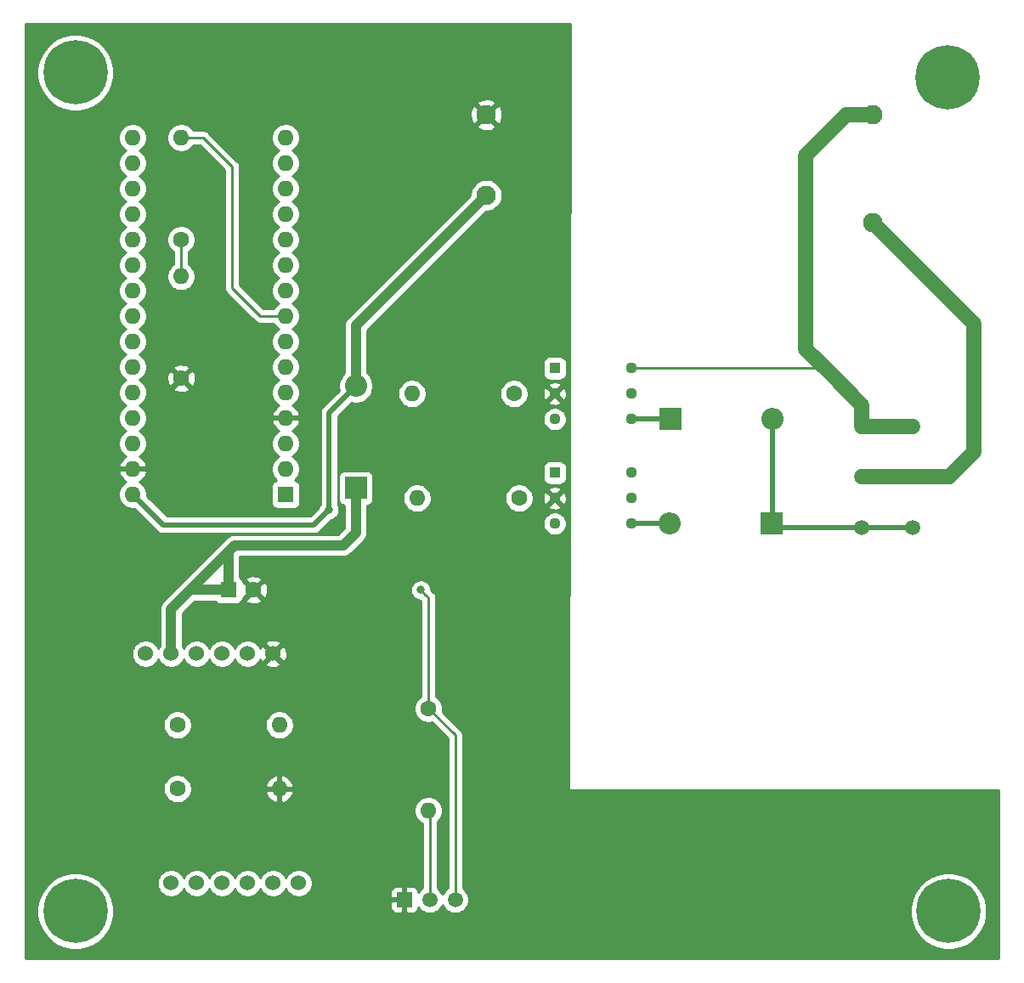
<source format=gbr>
%TF.GenerationSoftware,KiCad,Pcbnew,(5.1.8)-1*%
%TF.CreationDate,2022-03-01T18:10:38+01:00*%
%TF.ProjectId,controleur_radiateur,636f6e74-726f-46c6-9575-725f72616469,v1.1*%
%TF.SameCoordinates,Original*%
%TF.FileFunction,Copper,L1,Top*%
%TF.FilePolarity,Positive*%
%FSLAX46Y46*%
G04 Gerber Fmt 4.6, Leading zero omitted, Abs format (unit mm)*
G04 Created by KiCad (PCBNEW (5.1.8)-1) date 2022-03-01 18:10:38*
%MOMM*%
%LPD*%
G01*
G04 APERTURE LIST*
%TA.AperFunction,ComponentPad*%
%ADD10O,1.600000X1.600000*%
%TD*%
%TA.AperFunction,ComponentPad*%
%ADD11C,1.600000*%
%TD*%
%TA.AperFunction,ComponentPad*%
%ADD12R,1.600000X1.600000*%
%TD*%
%TA.AperFunction,ComponentPad*%
%ADD13C,6.400000*%
%TD*%
%TA.AperFunction,ComponentPad*%
%ADD14C,0.800000*%
%TD*%
%TA.AperFunction,ComponentPad*%
%ADD15C,1.950000*%
%TD*%
%TA.AperFunction,ComponentPad*%
%ADD16C,1.110000*%
%TD*%
%TA.AperFunction,ComponentPad*%
%ADD17R,1.110000X1.110000*%
%TD*%
%TA.AperFunction,ComponentPad*%
%ADD18C,1.524000*%
%TD*%
%TA.AperFunction,ComponentPad*%
%ADD19C,1.500000*%
%TD*%
%TA.AperFunction,ComponentPad*%
%ADD20O,2.200000X2.200000*%
%TD*%
%TA.AperFunction,ComponentPad*%
%ADD21R,2.200000X2.200000*%
%TD*%
%TA.AperFunction,ComponentPad*%
%ADD22R,1.500000X1.500000*%
%TD*%
%TA.AperFunction,ViaPad*%
%ADD23C,0.800000*%
%TD*%
%TA.AperFunction,Conductor*%
%ADD24C,0.250000*%
%TD*%
%TA.AperFunction,Conductor*%
%ADD25C,0.500000*%
%TD*%
%TA.AperFunction,Conductor*%
%ADD26C,1.000000*%
%TD*%
%TA.AperFunction,Conductor*%
%ADD27C,1.500000*%
%TD*%
%TA.AperFunction,Conductor*%
%ADD28C,0.254000*%
%TD*%
%TA.AperFunction,Conductor*%
%ADD29C,0.100000*%
%TD*%
G04 APERTURE END LIST*
D10*
%TO.P,R3,2*%
%TO.N,/RX_GSM*%
X114681000Y-84328000D03*
D11*
%TO.P,R3,1*%
%TO.N,GND*%
X114681000Y-94488000D03*
%TD*%
D12*
%TO.P,A1,1*%
%TO.N,Net-(A1-Pad1)*%
X125095000Y-106045000D03*
D10*
%TO.P,A1,17*%
%TO.N,Net-(A1-Pad17)*%
X109855000Y-73025000D03*
%TO.P,A1,2*%
%TO.N,Net-(A1-Pad2)*%
X125095000Y-103505000D03*
%TO.P,A1,18*%
%TO.N,Net-(A1-Pad18)*%
X109855000Y-75565000D03*
%TO.P,A1,3*%
%TO.N,Net-(A1-Pad3)*%
X125095000Y-100965000D03*
%TO.P,A1,19*%
%TO.N,Net-(A1-Pad19)*%
X109855000Y-78105000D03*
%TO.P,A1,4*%
%TO.N,GND*%
X125095000Y-98425000D03*
%TO.P,A1,20*%
%TO.N,Net-(A1-Pad20)*%
X109855000Y-80645000D03*
%TO.P,A1,5*%
%TO.N,Net-(A1-Pad5)*%
X125095000Y-95885000D03*
%TO.P,A1,21*%
%TO.N,Net-(A1-Pad21)*%
X109855000Y-83185000D03*
%TO.P,A1,6*%
%TO.N,Net-(A1-Pad6)*%
X125095000Y-93345000D03*
%TO.P,A1,22*%
%TO.N,Net-(A1-Pad22)*%
X109855000Y-85725000D03*
%TO.P,A1,7*%
%TO.N,/Temp_Data*%
X125095000Y-90805000D03*
%TO.P,A1,23*%
%TO.N,Net-(A1-Pad23)*%
X109855000Y-88265000D03*
%TO.P,A1,8*%
%TO.N,Net-(A1-Pad8)*%
X125095000Y-88265000D03*
%TO.P,A1,24*%
%TO.N,Net-(A1-Pad24)*%
X109855000Y-90805000D03*
%TO.P,A1,9*%
%TO.N,/TX_GSM*%
X125095000Y-85725000D03*
%TO.P,A1,25*%
%TO.N,Net-(A1-Pad25)*%
X109855000Y-93345000D03*
%TO.P,A1,10*%
%TO.N,Net-(A1-Pad10)*%
X125095000Y-83185000D03*
%TO.P,A1,26*%
%TO.N,Net-(A1-Pad26)*%
X109855000Y-95885000D03*
%TO.P,A1,11*%
%TO.N,Net-(A1-Pad11)*%
X125095000Y-80645000D03*
%TO.P,A1,27*%
%TO.N,Net-(A1-Pad27)*%
X109855000Y-98425000D03*
%TO.P,A1,12*%
%TO.N,Net-(A1-Pad12)*%
X125095000Y-78105000D03*
%TO.P,A1,28*%
%TO.N,Net-(A1-Pad28)*%
X109855000Y-100965000D03*
%TO.P,A1,13*%
%TO.N,Net-(A1-Pad13)*%
X125095000Y-75565000D03*
%TO.P,A1,29*%
%TO.N,GND*%
X109855000Y-103505000D03*
%TO.P,A1,14*%
%TO.N,Net-(A1-Pad14)*%
X125095000Y-73025000D03*
%TO.P,A1,30*%
%TO.N,+5V*%
X109855000Y-106045000D03*
%TO.P,A1,15*%
%TO.N,/D12*%
X125095000Y-70485000D03*
%TO.P,A1,16*%
%TO.N,/D13*%
X109855000Y-70485000D03*
%TD*%
D13*
%TO.P,REF\u002A\u002A,1*%
%TO.N,N/C*%
X191135000Y-147574000D03*
D14*
X193535000Y-147574000D03*
X192832056Y-149271056D03*
X191135000Y-149974000D03*
X189437944Y-149271056D03*
X188735000Y-147574000D03*
X189437944Y-145876944D03*
X191135000Y-145174000D03*
X192832056Y-145876944D03*
%TD*%
D13*
%TO.P,REF\u002A\u002A,1*%
%TO.N,N/C*%
X104140000Y-147574000D03*
D14*
X106540000Y-147574000D03*
X105837056Y-149271056D03*
X104140000Y-149974000D03*
X102442944Y-149271056D03*
X101740000Y-147574000D03*
X102442944Y-145876944D03*
X104140000Y-145174000D03*
X105837056Y-145876944D03*
%TD*%
D13*
%TO.P,REF\u002A\u002A,1*%
%TO.N,N/C*%
X104140000Y-64008000D03*
D14*
X106540000Y-64008000D03*
X105837056Y-65705056D03*
X104140000Y-66408000D03*
X102442944Y-65705056D03*
X101740000Y-64008000D03*
X102442944Y-62310944D03*
X104140000Y-61608000D03*
X105837056Y-62310944D03*
%TD*%
%TO.P,REF\u002A\u002A,1*%
%TO.N,N/C*%
X192705056Y-62818944D03*
X191008000Y-62116000D03*
X189310944Y-62818944D03*
X188608000Y-64516000D03*
X189310944Y-66213056D03*
X191008000Y-66916000D03*
X192705056Y-66213056D03*
X193408000Y-64516000D03*
D13*
X191008000Y-64516000D03*
%TD*%
D10*
%TO.P,R4,2*%
%TO.N,Net-(R4-Pad2)*%
X124460000Y-129032000D03*
D11*
%TO.P,R4,1*%
%TO.N,Net-(C1-Pad1)*%
X114300000Y-129032000D03*
%TD*%
D10*
%TO.P,R1,2*%
%TO.N,GND*%
X124460000Y-135382000D03*
D11*
%TO.P,R1,1*%
%TO.N,Net-(R1-Pad1)*%
X114300000Y-135382000D03*
%TD*%
D15*
%TO.P,U5,4*%
%TO.N,+5V*%
X145088000Y-76220000D03*
%TO.P,U5,1*%
%TO.N,Net-(J1-Pad3)*%
X183588000Y-78970000D03*
%TO.P,U5,3*%
%TO.N,GND*%
X145088000Y-68220000D03*
%TO.P,U5,2*%
%TO.N,Net-(J1-Pad1)*%
X183588000Y-68220000D03*
%TD*%
D16*
%TO.P,U3,6*%
%TO.N,Net-(J1-Pad1)*%
X159512000Y-103886000D03*
%TO.P,U3,5*%
%TO.N,Net-(U3-Pad5)*%
X159512000Y-106426000D03*
%TO.P,U3,4*%
%TO.N,Net-(D7-Pad2)*%
X159512000Y-108966000D03*
%TO.P,U3,3*%
%TO.N,Net-(U3-Pad3)*%
X151892000Y-108966000D03*
%TO.P,U3,2*%
%TO.N,GND*%
X151892000Y-106426000D03*
D17*
%TO.P,U3,1*%
%TO.N,Net-(R8-Pad1)*%
X151892000Y-103886000D03*
%TD*%
D16*
%TO.P,U2,6*%
%TO.N,Net-(J1-Pad1)*%
X159512000Y-93472000D03*
%TO.P,U2,5*%
%TO.N,Net-(U2-Pad5)*%
X159512000Y-96012000D03*
%TO.P,U2,4*%
%TO.N,Net-(D6-Pad1)*%
X159512000Y-98552000D03*
%TO.P,U2,3*%
%TO.N,Net-(U2-Pad3)*%
X151892000Y-98552000D03*
%TO.P,U2,2*%
%TO.N,GND*%
X151892000Y-96012000D03*
D17*
%TO.P,U2,1*%
%TO.N,Net-(R7-Pad1)*%
X151892000Y-93472000D03*
%TD*%
D18*
%TO.P,U1,12*%
%TO.N,Net-(U1-Pad12)*%
X126365000Y-144780000D03*
%TO.P,U1,11*%
%TO.N,Net-(U1-Pad11)*%
X123825000Y-144780000D03*
%TO.P,U1,10*%
%TO.N,Net-(U1-Pad10)*%
X121285000Y-144780000D03*
%TO.P,U1,9*%
%TO.N,Net-(U1-Pad9)*%
X118745000Y-144780000D03*
%TO.P,U1,8*%
%TO.N,Net-(R1-Pad1)*%
X116205000Y-144780000D03*
%TO.P,U1,7*%
%TO.N,Net-(U1-Pad7)*%
X113665000Y-144780000D03*
%TO.P,U1,6*%
%TO.N,GND*%
X123825000Y-121920000D03*
%TO.P,U1,5*%
%TO.N,/TX_GSM*%
X121285000Y-121920000D03*
%TO.P,U1,4*%
%TO.N,/RX_GSM*%
X118745000Y-121920000D03*
%TO.P,U1,3*%
%TO.N,Net-(R4-Pad2)*%
X116205000Y-121920000D03*
%TO.P,U1,2*%
%TO.N,Net-(C1-Pad1)*%
X113665000Y-121920000D03*
%TO.P,U1,1*%
%TO.N,Net-(U1-Pad1)*%
X111125000Y-121920000D03*
%TD*%
D19*
%TO.P,J1,6*%
%TO.N,Net-(D6-Pad2)*%
X182499000Y-109314000D03*
%TO.P,J1,5*%
X187579000Y-109314000D03*
%TO.P,J1,2*%
%TO.N,Net-(J1-Pad1)*%
X182499000Y-99314000D03*
%TO.P,J1,3*%
%TO.N,Net-(J1-Pad3)*%
X187579000Y-104314000D03*
%TO.P,J1,1*%
%TO.N,Net-(J1-Pad1)*%
X187579000Y-99314000D03*
%TO.P,J1,4*%
%TO.N,Net-(J1-Pad3)*%
X182499000Y-104314000D03*
%TD*%
D20*
%TO.P,D1,2*%
%TO.N,+5V*%
X132080000Y-95250000D03*
D21*
%TO.P,D1,1*%
%TO.N,Net-(C1-Pad1)*%
X132080000Y-105410000D03*
%TD*%
D22*
%TO.P,U4,1*%
%TO.N,GND*%
X136906000Y-146431000D03*
D19*
%TO.P,U4,3*%
%TO.N,+5V*%
X141986000Y-146431000D03*
%TO.P,U4,2*%
%TO.N,/Temp_Data*%
X139446000Y-146431000D03*
%TD*%
D10*
%TO.P,R9,2*%
%TO.N,/Temp_Data*%
X139319000Y-137541000D03*
D11*
%TO.P,R9,1*%
%TO.N,+5V*%
X139319000Y-127381000D03*
%TD*%
D10*
%TO.P,R8,2*%
%TO.N,/D12*%
X138176000Y-106426000D03*
D11*
%TO.P,R8,1*%
%TO.N,Net-(R8-Pad1)*%
X148336000Y-106426000D03*
%TD*%
D10*
%TO.P,R7,2*%
%TO.N,/D13*%
X137668000Y-96012000D03*
D11*
%TO.P,R7,1*%
%TO.N,Net-(R7-Pad1)*%
X147828000Y-96012000D03*
%TD*%
D10*
%TO.P,R2,2*%
%TO.N,Net-(A1-Pad8)*%
X114681000Y-70485000D03*
D11*
%TO.P,R2,1*%
%TO.N,/RX_GSM*%
X114681000Y-80645000D03*
%TD*%
D20*
%TO.P,D7,2*%
%TO.N,Net-(D7-Pad2)*%
X163322000Y-108966000D03*
D21*
%TO.P,D7,1*%
%TO.N,Net-(D6-Pad2)*%
X173482000Y-108966000D03*
%TD*%
D20*
%TO.P,D6,2*%
%TO.N,Net-(D6-Pad2)*%
X173609000Y-98552000D03*
D21*
%TO.P,D6,1*%
%TO.N,Net-(D6-Pad1)*%
X163449000Y-98552000D03*
%TD*%
D11*
%TO.P,C1,2*%
%TO.N,GND*%
X121880000Y-115570000D03*
D12*
%TO.P,C1,1*%
%TO.N,Net-(C1-Pad1)*%
X119380000Y-115570000D03*
%TD*%
D23*
%TO.N,+5V*%
X129413000Y-107569000D03*
X138557000Y-115570000D03*
%TD*%
D24*
%TO.N,Net-(A1-Pad8)*%
X125095000Y-88265000D02*
X122555000Y-88265000D01*
X122555000Y-88265000D02*
X119761000Y-85471000D01*
X119761000Y-85471000D02*
X119761000Y-73406000D01*
X116840000Y-70485000D02*
X114681000Y-70485000D01*
X119761000Y-73406000D02*
X116840000Y-70485000D01*
D25*
%TO.N,Net-(D6-Pad2)*%
X173609000Y-108839000D02*
X173482000Y-108966000D01*
X173609000Y-98552000D02*
X173609000Y-108839000D01*
X173830000Y-109314000D02*
X173482000Y-108966000D01*
X187579000Y-109314000D02*
X173830000Y-109314000D01*
%TO.N,Net-(D6-Pad1)*%
X163449000Y-98552000D02*
X159512000Y-98552000D01*
%TO.N,Net-(D7-Pad2)*%
X163322000Y-108966000D02*
X159512000Y-108966000D01*
D26*
%TO.N,Net-(C1-Pad1)*%
X132080000Y-109855000D02*
X130810000Y-111125000D01*
X130810000Y-111125000D02*
X121285000Y-111125000D01*
X113665000Y-121920000D02*
X113665000Y-117475000D01*
X115570000Y-115570000D02*
X119380000Y-115570000D01*
X113665000Y-117475000D02*
X115570000Y-115570000D01*
X120015000Y-111125000D02*
X121285000Y-111125000D01*
X115570000Y-115570000D02*
X120015000Y-111125000D01*
X119380000Y-111760000D02*
X120015000Y-111125000D01*
X119380000Y-115570000D02*
X119380000Y-111760000D01*
X132080000Y-105410000D02*
X132080000Y-107315000D01*
X132080000Y-107315000D02*
X132080000Y-109855000D01*
X132080000Y-107188000D02*
X132080000Y-107315000D01*
D27*
%TO.N,Net-(J1-Pad1)*%
X183588000Y-68220000D02*
X180954000Y-68220000D01*
X180954000Y-68220000D02*
X176911000Y-72263000D01*
X176911000Y-72263000D02*
X176911000Y-91567000D01*
D24*
X178816000Y-93472000D02*
X179324000Y-93980000D01*
D27*
X176911000Y-91567000D02*
X179324000Y-93980000D01*
D24*
X159512000Y-93472000D02*
X170180000Y-93472000D01*
X170180000Y-93472000D02*
X170307000Y-93472000D01*
X170307000Y-93472000D02*
X178816000Y-93472000D01*
D27*
X187579000Y-99314000D02*
X182499000Y-99314000D01*
X182499000Y-97155000D02*
X179324000Y-93980000D01*
X182499000Y-99314000D02*
X182499000Y-97155000D01*
%TO.N,Net-(J1-Pad3)*%
X182499000Y-104314000D02*
X187579000Y-104314000D01*
X187579000Y-104314000D02*
X191215000Y-104314000D01*
X191215000Y-104314000D02*
X193675000Y-101854000D01*
X193675000Y-89057000D02*
X183588000Y-78970000D01*
X193675000Y-101854000D02*
X193675000Y-89057000D01*
D24*
%TO.N,/Temp_Data*%
X139446000Y-137668000D02*
X139319000Y-137541000D01*
X139446000Y-146431000D02*
X139446000Y-137668000D01*
D26*
%TO.N,+5V*%
X132080000Y-91948000D02*
X132080000Y-89228000D01*
D24*
X141298000Y-80010000D02*
X141769000Y-79539000D01*
D26*
X141769000Y-79539000D02*
X145088000Y-76220000D01*
X132080000Y-89228000D02*
X141769000Y-79539000D01*
X132080000Y-95250000D02*
X132080000Y-91948000D01*
D25*
X129413000Y-97917000D02*
X129413000Y-107569000D01*
X132080000Y-95250000D02*
X129413000Y-97917000D01*
X127889000Y-109093000D02*
X129413000Y-107569000D01*
X112903000Y-109093000D02*
X127889000Y-109093000D01*
X109855000Y-106045000D02*
X112903000Y-109093000D01*
D24*
X141986000Y-130048000D02*
X139319000Y-127381000D01*
X141986000Y-146431000D02*
X141986000Y-130048000D01*
X139319000Y-116332000D02*
X139001500Y-116014500D01*
X139319000Y-127381000D02*
X139319000Y-116332000D01*
X138557000Y-115570000D02*
X138557000Y-115570000D01*
X138557000Y-115570000D02*
X139001500Y-116014500D01*
%TO.N,/RX_GSM*%
X114681000Y-80645000D02*
X114681000Y-84328000D01*
%TD*%
D28*
%TO.N,GND*%
X153289000Y-135381686D02*
X153291440Y-135406776D01*
X153298667Y-135430601D01*
X153310403Y-135452557D01*
X153326197Y-135471803D01*
X153345443Y-135487597D01*
X153367399Y-135499333D01*
X153391224Y-135506560D01*
X153416000Y-135509000D01*
X196088000Y-135509000D01*
X196088000Y-152273000D01*
X99187000Y-152273000D01*
X99187000Y-147196285D01*
X100305000Y-147196285D01*
X100305000Y-147951715D01*
X100452377Y-148692628D01*
X100741467Y-149390554D01*
X101161161Y-150018670D01*
X101695330Y-150552839D01*
X102323446Y-150972533D01*
X103021372Y-151261623D01*
X103762285Y-151409000D01*
X104517715Y-151409000D01*
X105258628Y-151261623D01*
X105956554Y-150972533D01*
X106584670Y-150552839D01*
X107118839Y-150018670D01*
X107538533Y-149390554D01*
X107827623Y-148692628D01*
X107975000Y-147951715D01*
X107975000Y-147196285D01*
X107971960Y-147181000D01*
X135517928Y-147181000D01*
X135530188Y-147305482D01*
X135566498Y-147425180D01*
X135625463Y-147535494D01*
X135704815Y-147632185D01*
X135801506Y-147711537D01*
X135911820Y-147770502D01*
X136031518Y-147806812D01*
X136156000Y-147819072D01*
X136620250Y-147816000D01*
X136779000Y-147657250D01*
X136779000Y-146558000D01*
X135679750Y-146558000D01*
X135521000Y-146716750D01*
X135517928Y-147181000D01*
X107971960Y-147181000D01*
X107827623Y-146455372D01*
X107538533Y-145757446D01*
X107118839Y-145129330D01*
X106631917Y-144642408D01*
X112268000Y-144642408D01*
X112268000Y-144917592D01*
X112321686Y-145187490D01*
X112426995Y-145441727D01*
X112579880Y-145670535D01*
X112774465Y-145865120D01*
X113003273Y-146018005D01*
X113257510Y-146123314D01*
X113527408Y-146177000D01*
X113802592Y-146177000D01*
X114072490Y-146123314D01*
X114326727Y-146018005D01*
X114555535Y-145865120D01*
X114750120Y-145670535D01*
X114903005Y-145441727D01*
X114935000Y-145364485D01*
X114966995Y-145441727D01*
X115119880Y-145670535D01*
X115314465Y-145865120D01*
X115543273Y-146018005D01*
X115797510Y-146123314D01*
X116067408Y-146177000D01*
X116342592Y-146177000D01*
X116612490Y-146123314D01*
X116866727Y-146018005D01*
X117095535Y-145865120D01*
X117290120Y-145670535D01*
X117443005Y-145441727D01*
X117475000Y-145364485D01*
X117506995Y-145441727D01*
X117659880Y-145670535D01*
X117854465Y-145865120D01*
X118083273Y-146018005D01*
X118337510Y-146123314D01*
X118607408Y-146177000D01*
X118882592Y-146177000D01*
X119152490Y-146123314D01*
X119406727Y-146018005D01*
X119635535Y-145865120D01*
X119830120Y-145670535D01*
X119983005Y-145441727D01*
X120015000Y-145364485D01*
X120046995Y-145441727D01*
X120199880Y-145670535D01*
X120394465Y-145865120D01*
X120623273Y-146018005D01*
X120877510Y-146123314D01*
X121147408Y-146177000D01*
X121422592Y-146177000D01*
X121692490Y-146123314D01*
X121946727Y-146018005D01*
X122175535Y-145865120D01*
X122370120Y-145670535D01*
X122523005Y-145441727D01*
X122555000Y-145364485D01*
X122586995Y-145441727D01*
X122739880Y-145670535D01*
X122934465Y-145865120D01*
X123163273Y-146018005D01*
X123417510Y-146123314D01*
X123687408Y-146177000D01*
X123962592Y-146177000D01*
X124232490Y-146123314D01*
X124486727Y-146018005D01*
X124715535Y-145865120D01*
X124910120Y-145670535D01*
X125063005Y-145441727D01*
X125095000Y-145364485D01*
X125126995Y-145441727D01*
X125279880Y-145670535D01*
X125474465Y-145865120D01*
X125703273Y-146018005D01*
X125957510Y-146123314D01*
X126227408Y-146177000D01*
X126502592Y-146177000D01*
X126772490Y-146123314D01*
X127026727Y-146018005D01*
X127255535Y-145865120D01*
X127439655Y-145681000D01*
X135517928Y-145681000D01*
X135521000Y-146145250D01*
X135679750Y-146304000D01*
X136779000Y-146304000D01*
X136779000Y-145204750D01*
X137033000Y-145204750D01*
X137033000Y-146304000D01*
X137053000Y-146304000D01*
X137053000Y-146558000D01*
X137033000Y-146558000D01*
X137033000Y-147657250D01*
X137191750Y-147816000D01*
X137656000Y-147819072D01*
X137780482Y-147806812D01*
X137900180Y-147770502D01*
X138010494Y-147711537D01*
X138107185Y-147632185D01*
X138186537Y-147535494D01*
X138245502Y-147425180D01*
X138281812Y-147305482D01*
X138292445Y-147197517D01*
X138370201Y-147313886D01*
X138563114Y-147506799D01*
X138789957Y-147658371D01*
X139042011Y-147762775D01*
X139309589Y-147816000D01*
X139582411Y-147816000D01*
X139849989Y-147762775D01*
X140102043Y-147658371D01*
X140328886Y-147506799D01*
X140521799Y-147313886D01*
X140673371Y-147087043D01*
X140716000Y-146984127D01*
X140758629Y-147087043D01*
X140910201Y-147313886D01*
X141103114Y-147506799D01*
X141329957Y-147658371D01*
X141582011Y-147762775D01*
X141849589Y-147816000D01*
X142122411Y-147816000D01*
X142389989Y-147762775D01*
X142642043Y-147658371D01*
X142868886Y-147506799D01*
X143061799Y-147313886D01*
X143140377Y-147196285D01*
X187300000Y-147196285D01*
X187300000Y-147951715D01*
X187447377Y-148692628D01*
X187736467Y-149390554D01*
X188156161Y-150018670D01*
X188690330Y-150552839D01*
X189318446Y-150972533D01*
X190016372Y-151261623D01*
X190757285Y-151409000D01*
X191512715Y-151409000D01*
X192253628Y-151261623D01*
X192951554Y-150972533D01*
X193579670Y-150552839D01*
X194113839Y-150018670D01*
X194533533Y-149390554D01*
X194822623Y-148692628D01*
X194970000Y-147951715D01*
X194970000Y-147196285D01*
X194822623Y-146455372D01*
X194533533Y-145757446D01*
X194113839Y-145129330D01*
X193579670Y-144595161D01*
X192951554Y-144175467D01*
X192253628Y-143886377D01*
X191512715Y-143739000D01*
X190757285Y-143739000D01*
X190016372Y-143886377D01*
X189318446Y-144175467D01*
X188690330Y-144595161D01*
X188156161Y-145129330D01*
X187736467Y-145757446D01*
X187447377Y-146455372D01*
X187300000Y-147196285D01*
X143140377Y-147196285D01*
X143213371Y-147087043D01*
X143317775Y-146834989D01*
X143371000Y-146567411D01*
X143371000Y-146294589D01*
X143317775Y-146027011D01*
X143213371Y-145774957D01*
X143061799Y-145548114D01*
X142868886Y-145355201D01*
X142746000Y-145273091D01*
X142746000Y-130085333D01*
X142749677Y-130048000D01*
X142735003Y-129899014D01*
X142691546Y-129755753D01*
X142620974Y-129623724D01*
X142549799Y-129536997D01*
X142526001Y-129507999D01*
X142497003Y-129484201D01*
X140717688Y-127704886D01*
X140754000Y-127522335D01*
X140754000Y-127239665D01*
X140698853Y-126962426D01*
X140590680Y-126701273D01*
X140433637Y-126466241D01*
X140233759Y-126266363D01*
X140079000Y-126162957D01*
X140079000Y-116369323D01*
X140082676Y-116332000D01*
X140079000Y-116294677D01*
X140079000Y-116294667D01*
X140068003Y-116183014D01*
X140024546Y-116039753D01*
X139953974Y-115907724D01*
X139859001Y-115791999D01*
X139829997Y-115768196D01*
X139592000Y-115530199D01*
X139592000Y-115468061D01*
X139552226Y-115268102D01*
X139474205Y-115079744D01*
X139360937Y-114910226D01*
X139216774Y-114766063D01*
X139047256Y-114652795D01*
X138858898Y-114574774D01*
X138658939Y-114535000D01*
X138455061Y-114535000D01*
X138255102Y-114574774D01*
X138066744Y-114652795D01*
X137897226Y-114766063D01*
X137753063Y-114910226D01*
X137639795Y-115079744D01*
X137561774Y-115268102D01*
X137522000Y-115468061D01*
X137522000Y-115671939D01*
X137561774Y-115871898D01*
X137639795Y-116060256D01*
X137753063Y-116229774D01*
X137897226Y-116373937D01*
X138066744Y-116487205D01*
X138255102Y-116565226D01*
X138455061Y-116605000D01*
X138517199Y-116605000D01*
X138559001Y-116646802D01*
X138559000Y-126162957D01*
X138404241Y-126266363D01*
X138204363Y-126466241D01*
X138047320Y-126701273D01*
X137939147Y-126962426D01*
X137884000Y-127239665D01*
X137884000Y-127522335D01*
X137939147Y-127799574D01*
X138047320Y-128060727D01*
X138204363Y-128295759D01*
X138404241Y-128495637D01*
X138639273Y-128652680D01*
X138900426Y-128760853D01*
X139177665Y-128816000D01*
X139460335Y-128816000D01*
X139642886Y-128779688D01*
X141226001Y-130362803D01*
X141226000Y-145273091D01*
X141103114Y-145355201D01*
X140910201Y-145548114D01*
X140758629Y-145774957D01*
X140716000Y-145877873D01*
X140673371Y-145774957D01*
X140521799Y-145548114D01*
X140328886Y-145355201D01*
X140206000Y-145273091D01*
X140206000Y-138674185D01*
X140233759Y-138655637D01*
X140433637Y-138455759D01*
X140590680Y-138220727D01*
X140698853Y-137959574D01*
X140754000Y-137682335D01*
X140754000Y-137399665D01*
X140698853Y-137122426D01*
X140590680Y-136861273D01*
X140433637Y-136626241D01*
X140233759Y-136426363D01*
X139998727Y-136269320D01*
X139737574Y-136161147D01*
X139460335Y-136106000D01*
X139177665Y-136106000D01*
X138900426Y-136161147D01*
X138639273Y-136269320D01*
X138404241Y-136426363D01*
X138204363Y-136626241D01*
X138047320Y-136861273D01*
X137939147Y-137122426D01*
X137884000Y-137399665D01*
X137884000Y-137682335D01*
X137939147Y-137959574D01*
X138047320Y-138220727D01*
X138204363Y-138455759D01*
X138404241Y-138655637D01*
X138639273Y-138812680D01*
X138686001Y-138832035D01*
X138686000Y-145273091D01*
X138563114Y-145355201D01*
X138370201Y-145548114D01*
X138292445Y-145664483D01*
X138281812Y-145556518D01*
X138245502Y-145436820D01*
X138186537Y-145326506D01*
X138107185Y-145229815D01*
X138010494Y-145150463D01*
X137900180Y-145091498D01*
X137780482Y-145055188D01*
X137656000Y-145042928D01*
X137191750Y-145046000D01*
X137033000Y-145204750D01*
X136779000Y-145204750D01*
X136620250Y-145046000D01*
X136156000Y-145042928D01*
X136031518Y-145055188D01*
X135911820Y-145091498D01*
X135801506Y-145150463D01*
X135704815Y-145229815D01*
X135625463Y-145326506D01*
X135566498Y-145436820D01*
X135530188Y-145556518D01*
X135517928Y-145681000D01*
X127439655Y-145681000D01*
X127450120Y-145670535D01*
X127603005Y-145441727D01*
X127708314Y-145187490D01*
X127762000Y-144917592D01*
X127762000Y-144642408D01*
X127708314Y-144372510D01*
X127603005Y-144118273D01*
X127450120Y-143889465D01*
X127255535Y-143694880D01*
X127026727Y-143541995D01*
X126772490Y-143436686D01*
X126502592Y-143383000D01*
X126227408Y-143383000D01*
X125957510Y-143436686D01*
X125703273Y-143541995D01*
X125474465Y-143694880D01*
X125279880Y-143889465D01*
X125126995Y-144118273D01*
X125095000Y-144195515D01*
X125063005Y-144118273D01*
X124910120Y-143889465D01*
X124715535Y-143694880D01*
X124486727Y-143541995D01*
X124232490Y-143436686D01*
X123962592Y-143383000D01*
X123687408Y-143383000D01*
X123417510Y-143436686D01*
X123163273Y-143541995D01*
X122934465Y-143694880D01*
X122739880Y-143889465D01*
X122586995Y-144118273D01*
X122555000Y-144195515D01*
X122523005Y-144118273D01*
X122370120Y-143889465D01*
X122175535Y-143694880D01*
X121946727Y-143541995D01*
X121692490Y-143436686D01*
X121422592Y-143383000D01*
X121147408Y-143383000D01*
X120877510Y-143436686D01*
X120623273Y-143541995D01*
X120394465Y-143694880D01*
X120199880Y-143889465D01*
X120046995Y-144118273D01*
X120015000Y-144195515D01*
X119983005Y-144118273D01*
X119830120Y-143889465D01*
X119635535Y-143694880D01*
X119406727Y-143541995D01*
X119152490Y-143436686D01*
X118882592Y-143383000D01*
X118607408Y-143383000D01*
X118337510Y-143436686D01*
X118083273Y-143541995D01*
X117854465Y-143694880D01*
X117659880Y-143889465D01*
X117506995Y-144118273D01*
X117475000Y-144195515D01*
X117443005Y-144118273D01*
X117290120Y-143889465D01*
X117095535Y-143694880D01*
X116866727Y-143541995D01*
X116612490Y-143436686D01*
X116342592Y-143383000D01*
X116067408Y-143383000D01*
X115797510Y-143436686D01*
X115543273Y-143541995D01*
X115314465Y-143694880D01*
X115119880Y-143889465D01*
X114966995Y-144118273D01*
X114935000Y-144195515D01*
X114903005Y-144118273D01*
X114750120Y-143889465D01*
X114555535Y-143694880D01*
X114326727Y-143541995D01*
X114072490Y-143436686D01*
X113802592Y-143383000D01*
X113527408Y-143383000D01*
X113257510Y-143436686D01*
X113003273Y-143541995D01*
X112774465Y-143694880D01*
X112579880Y-143889465D01*
X112426995Y-144118273D01*
X112321686Y-144372510D01*
X112268000Y-144642408D01*
X106631917Y-144642408D01*
X106584670Y-144595161D01*
X105956554Y-144175467D01*
X105258628Y-143886377D01*
X104517715Y-143739000D01*
X103762285Y-143739000D01*
X103021372Y-143886377D01*
X102323446Y-144175467D01*
X101695330Y-144595161D01*
X101161161Y-145129330D01*
X100741467Y-145757446D01*
X100452377Y-146455372D01*
X100305000Y-147196285D01*
X99187000Y-147196285D01*
X99187000Y-135240665D01*
X112865000Y-135240665D01*
X112865000Y-135523335D01*
X112920147Y-135800574D01*
X113028320Y-136061727D01*
X113185363Y-136296759D01*
X113385241Y-136496637D01*
X113620273Y-136653680D01*
X113881426Y-136761853D01*
X114158665Y-136817000D01*
X114441335Y-136817000D01*
X114718574Y-136761853D01*
X114979727Y-136653680D01*
X115214759Y-136496637D01*
X115414637Y-136296759D01*
X115571680Y-136061727D01*
X115679853Y-135800574D01*
X115693684Y-135731039D01*
X123068096Y-135731039D01*
X123108754Y-135865087D01*
X123228963Y-136119420D01*
X123396481Y-136345414D01*
X123604869Y-136534385D01*
X123846119Y-136679070D01*
X124110960Y-136773909D01*
X124333000Y-136652624D01*
X124333000Y-135509000D01*
X124587000Y-135509000D01*
X124587000Y-136652624D01*
X124809040Y-136773909D01*
X125073881Y-136679070D01*
X125315131Y-136534385D01*
X125523519Y-136345414D01*
X125691037Y-136119420D01*
X125811246Y-135865087D01*
X125851904Y-135731039D01*
X125729915Y-135509000D01*
X124587000Y-135509000D01*
X124333000Y-135509000D01*
X123190085Y-135509000D01*
X123068096Y-135731039D01*
X115693684Y-135731039D01*
X115735000Y-135523335D01*
X115735000Y-135240665D01*
X115693685Y-135032961D01*
X123068096Y-135032961D01*
X123190085Y-135255000D01*
X124333000Y-135255000D01*
X124333000Y-134111376D01*
X124587000Y-134111376D01*
X124587000Y-135255000D01*
X125729915Y-135255000D01*
X125851904Y-135032961D01*
X125811246Y-134898913D01*
X125691037Y-134644580D01*
X125523519Y-134418586D01*
X125315131Y-134229615D01*
X125073881Y-134084930D01*
X124809040Y-133990091D01*
X124587000Y-134111376D01*
X124333000Y-134111376D01*
X124110960Y-133990091D01*
X123846119Y-134084930D01*
X123604869Y-134229615D01*
X123396481Y-134418586D01*
X123228963Y-134644580D01*
X123108754Y-134898913D01*
X123068096Y-135032961D01*
X115693685Y-135032961D01*
X115679853Y-134963426D01*
X115571680Y-134702273D01*
X115414637Y-134467241D01*
X115214759Y-134267363D01*
X114979727Y-134110320D01*
X114718574Y-134002147D01*
X114441335Y-133947000D01*
X114158665Y-133947000D01*
X113881426Y-134002147D01*
X113620273Y-134110320D01*
X113385241Y-134267363D01*
X113185363Y-134467241D01*
X113028320Y-134702273D01*
X112920147Y-134963426D01*
X112865000Y-135240665D01*
X99187000Y-135240665D01*
X99187000Y-128890665D01*
X112865000Y-128890665D01*
X112865000Y-129173335D01*
X112920147Y-129450574D01*
X113028320Y-129711727D01*
X113185363Y-129946759D01*
X113385241Y-130146637D01*
X113620273Y-130303680D01*
X113881426Y-130411853D01*
X114158665Y-130467000D01*
X114441335Y-130467000D01*
X114718574Y-130411853D01*
X114979727Y-130303680D01*
X115214759Y-130146637D01*
X115414637Y-129946759D01*
X115571680Y-129711727D01*
X115679853Y-129450574D01*
X115735000Y-129173335D01*
X115735000Y-128890665D01*
X123025000Y-128890665D01*
X123025000Y-129173335D01*
X123080147Y-129450574D01*
X123188320Y-129711727D01*
X123345363Y-129946759D01*
X123545241Y-130146637D01*
X123780273Y-130303680D01*
X124041426Y-130411853D01*
X124318665Y-130467000D01*
X124601335Y-130467000D01*
X124878574Y-130411853D01*
X125139727Y-130303680D01*
X125374759Y-130146637D01*
X125574637Y-129946759D01*
X125731680Y-129711727D01*
X125839853Y-129450574D01*
X125895000Y-129173335D01*
X125895000Y-128890665D01*
X125839853Y-128613426D01*
X125731680Y-128352273D01*
X125574637Y-128117241D01*
X125374759Y-127917363D01*
X125139727Y-127760320D01*
X124878574Y-127652147D01*
X124601335Y-127597000D01*
X124318665Y-127597000D01*
X124041426Y-127652147D01*
X123780273Y-127760320D01*
X123545241Y-127917363D01*
X123345363Y-128117241D01*
X123188320Y-128352273D01*
X123080147Y-128613426D01*
X123025000Y-128890665D01*
X115735000Y-128890665D01*
X115679853Y-128613426D01*
X115571680Y-128352273D01*
X115414637Y-128117241D01*
X115214759Y-127917363D01*
X114979727Y-127760320D01*
X114718574Y-127652147D01*
X114441335Y-127597000D01*
X114158665Y-127597000D01*
X113881426Y-127652147D01*
X113620273Y-127760320D01*
X113385241Y-127917363D01*
X113185363Y-128117241D01*
X113028320Y-128352273D01*
X112920147Y-128613426D01*
X112865000Y-128890665D01*
X99187000Y-128890665D01*
X99187000Y-121782408D01*
X109728000Y-121782408D01*
X109728000Y-122057592D01*
X109781686Y-122327490D01*
X109886995Y-122581727D01*
X110039880Y-122810535D01*
X110234465Y-123005120D01*
X110463273Y-123158005D01*
X110717510Y-123263314D01*
X110987408Y-123317000D01*
X111262592Y-123317000D01*
X111532490Y-123263314D01*
X111786727Y-123158005D01*
X112015535Y-123005120D01*
X112210120Y-122810535D01*
X112363005Y-122581727D01*
X112395000Y-122504485D01*
X112426995Y-122581727D01*
X112579880Y-122810535D01*
X112774465Y-123005120D01*
X113003273Y-123158005D01*
X113257510Y-123263314D01*
X113527408Y-123317000D01*
X113802592Y-123317000D01*
X114072490Y-123263314D01*
X114326727Y-123158005D01*
X114555535Y-123005120D01*
X114750120Y-122810535D01*
X114903005Y-122581727D01*
X114935000Y-122504485D01*
X114966995Y-122581727D01*
X115119880Y-122810535D01*
X115314465Y-123005120D01*
X115543273Y-123158005D01*
X115797510Y-123263314D01*
X116067408Y-123317000D01*
X116342592Y-123317000D01*
X116612490Y-123263314D01*
X116866727Y-123158005D01*
X117095535Y-123005120D01*
X117290120Y-122810535D01*
X117443005Y-122581727D01*
X117475000Y-122504485D01*
X117506995Y-122581727D01*
X117659880Y-122810535D01*
X117854465Y-123005120D01*
X118083273Y-123158005D01*
X118337510Y-123263314D01*
X118607408Y-123317000D01*
X118882592Y-123317000D01*
X119152490Y-123263314D01*
X119406727Y-123158005D01*
X119635535Y-123005120D01*
X119830120Y-122810535D01*
X119983005Y-122581727D01*
X120015000Y-122504485D01*
X120046995Y-122581727D01*
X120199880Y-122810535D01*
X120394465Y-123005120D01*
X120623273Y-123158005D01*
X120877510Y-123263314D01*
X121147408Y-123317000D01*
X121422592Y-123317000D01*
X121692490Y-123263314D01*
X121946727Y-123158005D01*
X122175535Y-123005120D01*
X122295090Y-122885565D01*
X123039040Y-122885565D01*
X123106020Y-123125656D01*
X123355048Y-123242756D01*
X123622135Y-123309023D01*
X123897017Y-123321910D01*
X124169133Y-123280922D01*
X124428023Y-123187636D01*
X124543980Y-123125656D01*
X124610960Y-122885565D01*
X123825000Y-122099605D01*
X123039040Y-122885565D01*
X122295090Y-122885565D01*
X122370120Y-122810535D01*
X122523005Y-122581727D01*
X122552692Y-122510057D01*
X122557364Y-122523023D01*
X122619344Y-122638980D01*
X122859435Y-122705960D01*
X123645395Y-121920000D01*
X124004605Y-121920000D01*
X124790565Y-122705960D01*
X125030656Y-122638980D01*
X125147756Y-122389952D01*
X125214023Y-122122865D01*
X125226910Y-121847983D01*
X125185922Y-121575867D01*
X125092636Y-121316977D01*
X125030656Y-121201020D01*
X124790565Y-121134040D01*
X124004605Y-121920000D01*
X123645395Y-121920000D01*
X122859435Y-121134040D01*
X122619344Y-121201020D01*
X122555515Y-121336760D01*
X122523005Y-121258273D01*
X122370120Y-121029465D01*
X122295090Y-120954435D01*
X123039040Y-120954435D01*
X123825000Y-121740395D01*
X124610960Y-120954435D01*
X124543980Y-120714344D01*
X124294952Y-120597244D01*
X124027865Y-120530977D01*
X123752983Y-120518090D01*
X123480867Y-120559078D01*
X123221977Y-120652364D01*
X123106020Y-120714344D01*
X123039040Y-120954435D01*
X122295090Y-120954435D01*
X122175535Y-120834880D01*
X121946727Y-120681995D01*
X121692490Y-120576686D01*
X121422592Y-120523000D01*
X121147408Y-120523000D01*
X120877510Y-120576686D01*
X120623273Y-120681995D01*
X120394465Y-120834880D01*
X120199880Y-121029465D01*
X120046995Y-121258273D01*
X120015000Y-121335515D01*
X119983005Y-121258273D01*
X119830120Y-121029465D01*
X119635535Y-120834880D01*
X119406727Y-120681995D01*
X119152490Y-120576686D01*
X118882592Y-120523000D01*
X118607408Y-120523000D01*
X118337510Y-120576686D01*
X118083273Y-120681995D01*
X117854465Y-120834880D01*
X117659880Y-121029465D01*
X117506995Y-121258273D01*
X117475000Y-121335515D01*
X117443005Y-121258273D01*
X117290120Y-121029465D01*
X117095535Y-120834880D01*
X116866727Y-120681995D01*
X116612490Y-120576686D01*
X116342592Y-120523000D01*
X116067408Y-120523000D01*
X115797510Y-120576686D01*
X115543273Y-120681995D01*
X115314465Y-120834880D01*
X115119880Y-121029465D01*
X114966995Y-121258273D01*
X114935000Y-121335515D01*
X114903005Y-121258273D01*
X114800000Y-121104116D01*
X114800000Y-117945131D01*
X116040132Y-116705000D01*
X118039043Y-116705000D01*
X118049463Y-116724494D01*
X118128815Y-116821185D01*
X118225506Y-116900537D01*
X118335820Y-116959502D01*
X118455518Y-116995812D01*
X118580000Y-117008072D01*
X120180000Y-117008072D01*
X120304482Y-116995812D01*
X120424180Y-116959502D01*
X120534494Y-116900537D01*
X120631185Y-116821185D01*
X120710537Y-116724494D01*
X120769502Y-116614180D01*
X120785117Y-116562702D01*
X121066903Y-116562702D01*
X121138486Y-116806671D01*
X121393996Y-116927571D01*
X121668184Y-116996300D01*
X121950512Y-117010217D01*
X122230130Y-116968787D01*
X122496292Y-116873603D01*
X122621514Y-116806671D01*
X122693097Y-116562702D01*
X121880000Y-115749605D01*
X121066903Y-116562702D01*
X120785117Y-116562702D01*
X120805812Y-116494482D01*
X120818072Y-116370000D01*
X120818072Y-116362785D01*
X120887298Y-116383097D01*
X121700395Y-115570000D01*
X122059605Y-115570000D01*
X122872702Y-116383097D01*
X123116671Y-116311514D01*
X123237571Y-116056004D01*
X123306300Y-115781816D01*
X123320217Y-115499488D01*
X123278787Y-115219870D01*
X123183603Y-114953708D01*
X123116671Y-114828486D01*
X122872702Y-114756903D01*
X122059605Y-115570000D01*
X121700395Y-115570000D01*
X120887298Y-114756903D01*
X120818072Y-114777215D01*
X120818072Y-114770000D01*
X120805812Y-114645518D01*
X120785118Y-114577298D01*
X121066903Y-114577298D01*
X121880000Y-115390395D01*
X122693097Y-114577298D01*
X122621514Y-114333329D01*
X122366004Y-114212429D01*
X122091816Y-114143700D01*
X121809488Y-114129783D01*
X121529870Y-114171213D01*
X121263708Y-114266397D01*
X121138486Y-114333329D01*
X121066903Y-114577298D01*
X120785118Y-114577298D01*
X120769502Y-114525820D01*
X120710537Y-114415506D01*
X120631185Y-114318815D01*
X120534494Y-114239463D01*
X120515000Y-114229043D01*
X120515000Y-112260000D01*
X130754249Y-112260000D01*
X130810000Y-112265491D01*
X130865751Y-112260000D01*
X130865752Y-112260000D01*
X131032499Y-112243577D01*
X131246447Y-112178676D01*
X131443623Y-112073284D01*
X131616449Y-111931449D01*
X131651996Y-111888135D01*
X132843140Y-110696992D01*
X132886449Y-110661449D01*
X133028284Y-110488623D01*
X133133676Y-110291447D01*
X133198577Y-110077499D01*
X133215000Y-109910752D01*
X133215000Y-109910745D01*
X133220490Y-109855001D01*
X133215000Y-109799257D01*
X133215000Y-108848795D01*
X150702000Y-108848795D01*
X150702000Y-109083205D01*
X150747731Y-109313110D01*
X150837436Y-109529676D01*
X150967667Y-109724581D01*
X151133419Y-109890333D01*
X151328324Y-110020564D01*
X151544890Y-110110269D01*
X151774795Y-110156000D01*
X152009205Y-110156000D01*
X152239110Y-110110269D01*
X152455676Y-110020564D01*
X152650581Y-109890333D01*
X152816333Y-109724581D01*
X152946564Y-109529676D01*
X153036269Y-109313110D01*
X153082000Y-109083205D01*
X153082000Y-108848795D01*
X153036269Y-108618890D01*
X152946564Y-108402324D01*
X152816333Y-108207419D01*
X152650581Y-108041667D01*
X152455676Y-107911436D01*
X152239110Y-107821731D01*
X152009205Y-107776000D01*
X151774795Y-107776000D01*
X151544890Y-107821731D01*
X151328324Y-107911436D01*
X151133419Y-108041667D01*
X150967667Y-108207419D01*
X150837436Y-108402324D01*
X150747731Y-108618890D01*
X150702000Y-108848795D01*
X133215000Y-108848795D01*
X133215000Y-107144625D01*
X133304482Y-107135812D01*
X133424180Y-107099502D01*
X133534494Y-107040537D01*
X133631185Y-106961185D01*
X133710537Y-106864494D01*
X133769502Y-106754180D01*
X133805812Y-106634482D01*
X133818072Y-106510000D01*
X133818072Y-106284665D01*
X136741000Y-106284665D01*
X136741000Y-106567335D01*
X136796147Y-106844574D01*
X136904320Y-107105727D01*
X137061363Y-107340759D01*
X137261241Y-107540637D01*
X137496273Y-107697680D01*
X137757426Y-107805853D01*
X138034665Y-107861000D01*
X138317335Y-107861000D01*
X138594574Y-107805853D01*
X138855727Y-107697680D01*
X139090759Y-107540637D01*
X139290637Y-107340759D01*
X139447680Y-107105727D01*
X139555853Y-106844574D01*
X139611000Y-106567335D01*
X139611000Y-106284665D01*
X146901000Y-106284665D01*
X146901000Y-106567335D01*
X146956147Y-106844574D01*
X147064320Y-107105727D01*
X147221363Y-107340759D01*
X147421241Y-107540637D01*
X147656273Y-107697680D01*
X147917426Y-107805853D01*
X148194665Y-107861000D01*
X148477335Y-107861000D01*
X148754574Y-107805853D01*
X149015727Y-107697680D01*
X149250759Y-107540637D01*
X149450637Y-107340759D01*
X149515584Y-107243558D01*
X151254047Y-107243558D01*
X151295872Y-107462566D01*
X151509549Y-107558947D01*
X151737925Y-107611790D01*
X151972221Y-107619065D01*
X152203435Y-107580490D01*
X152422680Y-107497549D01*
X152488128Y-107462566D01*
X152529953Y-107243558D01*
X151892000Y-106605605D01*
X151254047Y-107243558D01*
X149515584Y-107243558D01*
X149607680Y-107105727D01*
X149715853Y-106844574D01*
X149771000Y-106567335D01*
X149771000Y-106506221D01*
X150698935Y-106506221D01*
X150737510Y-106737435D01*
X150820451Y-106956680D01*
X150855434Y-107022128D01*
X151074442Y-107063953D01*
X151712395Y-106426000D01*
X152071605Y-106426000D01*
X152709558Y-107063953D01*
X152928566Y-107022128D01*
X153024947Y-106808451D01*
X153077790Y-106580075D01*
X153085065Y-106345779D01*
X153046490Y-106114565D01*
X152963549Y-105895320D01*
X152928566Y-105829872D01*
X152709558Y-105788047D01*
X152071605Y-106426000D01*
X151712395Y-106426000D01*
X151074442Y-105788047D01*
X150855434Y-105829872D01*
X150759053Y-106043549D01*
X150706210Y-106271925D01*
X150698935Y-106506221D01*
X149771000Y-106506221D01*
X149771000Y-106284665D01*
X149715853Y-106007426D01*
X149607680Y-105746273D01*
X149515585Y-105608442D01*
X151254047Y-105608442D01*
X151892000Y-106246395D01*
X152529953Y-105608442D01*
X152488128Y-105389434D01*
X152274451Y-105293053D01*
X152046075Y-105240210D01*
X151811779Y-105232935D01*
X151580565Y-105271510D01*
X151361320Y-105354451D01*
X151295872Y-105389434D01*
X151254047Y-105608442D01*
X149515585Y-105608442D01*
X149450637Y-105511241D01*
X149250759Y-105311363D01*
X149015727Y-105154320D01*
X148754574Y-105046147D01*
X148477335Y-104991000D01*
X148194665Y-104991000D01*
X147917426Y-105046147D01*
X147656273Y-105154320D01*
X147421241Y-105311363D01*
X147221363Y-105511241D01*
X147064320Y-105746273D01*
X146956147Y-106007426D01*
X146901000Y-106284665D01*
X139611000Y-106284665D01*
X139555853Y-106007426D01*
X139447680Y-105746273D01*
X139290637Y-105511241D01*
X139090759Y-105311363D01*
X138855727Y-105154320D01*
X138594574Y-105046147D01*
X138317335Y-104991000D01*
X138034665Y-104991000D01*
X137757426Y-105046147D01*
X137496273Y-105154320D01*
X137261241Y-105311363D01*
X137061363Y-105511241D01*
X136904320Y-105746273D01*
X136796147Y-106007426D01*
X136741000Y-106284665D01*
X133818072Y-106284665D01*
X133818072Y-104310000D01*
X133805812Y-104185518D01*
X133769502Y-104065820D01*
X133710537Y-103955506D01*
X133631185Y-103858815D01*
X133534494Y-103779463D01*
X133424180Y-103720498D01*
X133304482Y-103684188D01*
X133180000Y-103671928D01*
X130980000Y-103671928D01*
X130855518Y-103684188D01*
X130735820Y-103720498D01*
X130625506Y-103779463D01*
X130528815Y-103858815D01*
X130449463Y-103955506D01*
X130390498Y-104065820D01*
X130354188Y-104185518D01*
X130341928Y-104310000D01*
X130341928Y-106510000D01*
X130354188Y-106634482D01*
X130390498Y-106754180D01*
X130449463Y-106864494D01*
X130528815Y-106961185D01*
X130625506Y-107040537D01*
X130735820Y-107099502D01*
X130855518Y-107135812D01*
X130945000Y-107144625D01*
X130945000Y-107259249D01*
X130945001Y-109384867D01*
X130339869Y-109990000D01*
X120070752Y-109990000D01*
X120015000Y-109984509D01*
X119959248Y-109990000D01*
X119792501Y-110006423D01*
X119578553Y-110071324D01*
X119381377Y-110176716D01*
X119208551Y-110318551D01*
X119173011Y-110361857D01*
X118616855Y-110918013D01*
X118573552Y-110953551D01*
X118538014Y-110996855D01*
X114806865Y-114728004D01*
X114763551Y-114763551D01*
X114728011Y-114806857D01*
X112901860Y-116633009D01*
X112858552Y-116668551D01*
X112716717Y-116841377D01*
X112699492Y-116873603D01*
X112611324Y-117038554D01*
X112546423Y-117252502D01*
X112524509Y-117475000D01*
X112530001Y-117530761D01*
X112530000Y-121104115D01*
X112426995Y-121258273D01*
X112395000Y-121335515D01*
X112363005Y-121258273D01*
X112210120Y-121029465D01*
X112015535Y-120834880D01*
X111786727Y-120681995D01*
X111532490Y-120576686D01*
X111262592Y-120523000D01*
X110987408Y-120523000D01*
X110717510Y-120576686D01*
X110463273Y-120681995D01*
X110234465Y-120834880D01*
X110039880Y-121029465D01*
X109886995Y-121258273D01*
X109781686Y-121512510D01*
X109728000Y-121782408D01*
X99187000Y-121782408D01*
X99187000Y-105903665D01*
X108420000Y-105903665D01*
X108420000Y-106186335D01*
X108475147Y-106463574D01*
X108583320Y-106724727D01*
X108740363Y-106959759D01*
X108940241Y-107159637D01*
X109175273Y-107316680D01*
X109436426Y-107424853D01*
X109713665Y-107480000D01*
X109996335Y-107480000D01*
X110031439Y-107473017D01*
X112246470Y-109688049D01*
X112274183Y-109721817D01*
X112307951Y-109749530D01*
X112307953Y-109749532D01*
X112338555Y-109774646D01*
X112408941Y-109832411D01*
X112562687Y-109914589D01*
X112655741Y-109942817D01*
X112729509Y-109965195D01*
X112744306Y-109966652D01*
X112859523Y-109978000D01*
X112859531Y-109978000D01*
X112903000Y-109982281D01*
X112946469Y-109978000D01*
X127845531Y-109978000D01*
X127889000Y-109982281D01*
X127932469Y-109978000D01*
X127932477Y-109978000D01*
X128062490Y-109965195D01*
X128229313Y-109914589D01*
X128383059Y-109832411D01*
X128517817Y-109721817D01*
X128545534Y-109688044D01*
X129658044Y-108575535D01*
X129714898Y-108564226D01*
X129903256Y-108486205D01*
X130072774Y-108372937D01*
X130216937Y-108228774D01*
X130330205Y-108059256D01*
X130408226Y-107870898D01*
X130448000Y-107670939D01*
X130448000Y-107467061D01*
X130408226Y-107267102D01*
X130330205Y-107078744D01*
X130298000Y-107030546D01*
X130298000Y-103331000D01*
X150698928Y-103331000D01*
X150698928Y-104441000D01*
X150711188Y-104565482D01*
X150747498Y-104685180D01*
X150806463Y-104795494D01*
X150885815Y-104892185D01*
X150982506Y-104971537D01*
X151092820Y-105030502D01*
X151212518Y-105066812D01*
X151337000Y-105079072D01*
X152447000Y-105079072D01*
X152571482Y-105066812D01*
X152691180Y-105030502D01*
X152801494Y-104971537D01*
X152898185Y-104892185D01*
X152977537Y-104795494D01*
X153036502Y-104685180D01*
X153072812Y-104565482D01*
X153085072Y-104441000D01*
X153085072Y-103331000D01*
X153072812Y-103206518D01*
X153036502Y-103086820D01*
X152977537Y-102976506D01*
X152898185Y-102879815D01*
X152801494Y-102800463D01*
X152691180Y-102741498D01*
X152571482Y-102705188D01*
X152447000Y-102692928D01*
X151337000Y-102692928D01*
X151212518Y-102705188D01*
X151092820Y-102741498D01*
X150982506Y-102800463D01*
X150885815Y-102879815D01*
X150806463Y-102976506D01*
X150747498Y-103086820D01*
X150711188Y-103206518D01*
X150698928Y-103331000D01*
X130298000Y-103331000D01*
X130298000Y-98434795D01*
X150702000Y-98434795D01*
X150702000Y-98669205D01*
X150747731Y-98899110D01*
X150837436Y-99115676D01*
X150967667Y-99310581D01*
X151133419Y-99476333D01*
X151328324Y-99606564D01*
X151544890Y-99696269D01*
X151774795Y-99742000D01*
X152009205Y-99742000D01*
X152239110Y-99696269D01*
X152455676Y-99606564D01*
X152650581Y-99476333D01*
X152816333Y-99310581D01*
X152946564Y-99115676D01*
X153036269Y-98899110D01*
X153082000Y-98669205D01*
X153082000Y-98434795D01*
X153036269Y-98204890D01*
X152946564Y-97988324D01*
X152816333Y-97793419D01*
X152650581Y-97627667D01*
X152455676Y-97497436D01*
X152239110Y-97407731D01*
X152009205Y-97362000D01*
X151774795Y-97362000D01*
X151544890Y-97407731D01*
X151328324Y-97497436D01*
X151133419Y-97627667D01*
X150967667Y-97793419D01*
X150837436Y-97988324D01*
X150747731Y-98204890D01*
X150702000Y-98434795D01*
X130298000Y-98434795D01*
X130298000Y-98283578D01*
X131648432Y-96933147D01*
X131909117Y-96985000D01*
X132250883Y-96985000D01*
X132586081Y-96918325D01*
X132901831Y-96787537D01*
X133185998Y-96597663D01*
X133427663Y-96355998D01*
X133617537Y-96071831D01*
X133700862Y-95870665D01*
X136233000Y-95870665D01*
X136233000Y-96153335D01*
X136288147Y-96430574D01*
X136396320Y-96691727D01*
X136553363Y-96926759D01*
X136753241Y-97126637D01*
X136988273Y-97283680D01*
X137249426Y-97391853D01*
X137526665Y-97447000D01*
X137809335Y-97447000D01*
X138086574Y-97391853D01*
X138347727Y-97283680D01*
X138582759Y-97126637D01*
X138782637Y-96926759D01*
X138939680Y-96691727D01*
X139047853Y-96430574D01*
X139103000Y-96153335D01*
X139103000Y-95870665D01*
X146393000Y-95870665D01*
X146393000Y-96153335D01*
X146448147Y-96430574D01*
X146556320Y-96691727D01*
X146713363Y-96926759D01*
X146913241Y-97126637D01*
X147148273Y-97283680D01*
X147409426Y-97391853D01*
X147686665Y-97447000D01*
X147969335Y-97447000D01*
X148246574Y-97391853D01*
X148507727Y-97283680D01*
X148742759Y-97126637D01*
X148942637Y-96926759D01*
X149007584Y-96829558D01*
X151254047Y-96829558D01*
X151295872Y-97048566D01*
X151509549Y-97144947D01*
X151737925Y-97197790D01*
X151972221Y-97205065D01*
X152203435Y-97166490D01*
X152422680Y-97083549D01*
X152488128Y-97048566D01*
X152529953Y-96829558D01*
X151892000Y-96191605D01*
X151254047Y-96829558D01*
X149007584Y-96829558D01*
X149099680Y-96691727D01*
X149207853Y-96430574D01*
X149263000Y-96153335D01*
X149263000Y-96092221D01*
X150698935Y-96092221D01*
X150737510Y-96323435D01*
X150820451Y-96542680D01*
X150855434Y-96608128D01*
X151074442Y-96649953D01*
X151712395Y-96012000D01*
X152071605Y-96012000D01*
X152709558Y-96649953D01*
X152928566Y-96608128D01*
X153024947Y-96394451D01*
X153077790Y-96166075D01*
X153085065Y-95931779D01*
X153046490Y-95700565D01*
X152963549Y-95481320D01*
X152928566Y-95415872D01*
X152709558Y-95374047D01*
X152071605Y-96012000D01*
X151712395Y-96012000D01*
X151074442Y-95374047D01*
X150855434Y-95415872D01*
X150759053Y-95629549D01*
X150706210Y-95857925D01*
X150698935Y-96092221D01*
X149263000Y-96092221D01*
X149263000Y-95870665D01*
X149207853Y-95593426D01*
X149099680Y-95332273D01*
X149007585Y-95194442D01*
X151254047Y-95194442D01*
X151892000Y-95832395D01*
X152529953Y-95194442D01*
X152488128Y-94975434D01*
X152274451Y-94879053D01*
X152046075Y-94826210D01*
X151811779Y-94818935D01*
X151580565Y-94857510D01*
X151361320Y-94940451D01*
X151295872Y-94975434D01*
X151254047Y-95194442D01*
X149007585Y-95194442D01*
X148942637Y-95097241D01*
X148742759Y-94897363D01*
X148507727Y-94740320D01*
X148246574Y-94632147D01*
X147969335Y-94577000D01*
X147686665Y-94577000D01*
X147409426Y-94632147D01*
X147148273Y-94740320D01*
X146913241Y-94897363D01*
X146713363Y-95097241D01*
X146556320Y-95332273D01*
X146448147Y-95593426D01*
X146393000Y-95870665D01*
X139103000Y-95870665D01*
X139047853Y-95593426D01*
X138939680Y-95332273D01*
X138782637Y-95097241D01*
X138582759Y-94897363D01*
X138347727Y-94740320D01*
X138086574Y-94632147D01*
X137809335Y-94577000D01*
X137526665Y-94577000D01*
X137249426Y-94632147D01*
X136988273Y-94740320D01*
X136753241Y-94897363D01*
X136553363Y-95097241D01*
X136396320Y-95332273D01*
X136288147Y-95593426D01*
X136233000Y-95870665D01*
X133700862Y-95870665D01*
X133748325Y-95756081D01*
X133815000Y-95420883D01*
X133815000Y-95079117D01*
X133748325Y-94743919D01*
X133617537Y-94428169D01*
X133427663Y-94144002D01*
X133215000Y-93931339D01*
X133215000Y-92917000D01*
X150698928Y-92917000D01*
X150698928Y-94027000D01*
X150711188Y-94151482D01*
X150747498Y-94271180D01*
X150806463Y-94381494D01*
X150885815Y-94478185D01*
X150982506Y-94557537D01*
X151092820Y-94616502D01*
X151212518Y-94652812D01*
X151337000Y-94665072D01*
X152447000Y-94665072D01*
X152571482Y-94652812D01*
X152691180Y-94616502D01*
X152801494Y-94557537D01*
X152898185Y-94478185D01*
X152977537Y-94381494D01*
X153036502Y-94271180D01*
X153072812Y-94151482D01*
X153085072Y-94027000D01*
X153085072Y-92917000D01*
X153072812Y-92792518D01*
X153036502Y-92672820D01*
X152977537Y-92562506D01*
X152898185Y-92465815D01*
X152801494Y-92386463D01*
X152691180Y-92327498D01*
X152571482Y-92291188D01*
X152447000Y-92278928D01*
X151337000Y-92278928D01*
X151212518Y-92291188D01*
X151092820Y-92327498D01*
X150982506Y-92386463D01*
X150885815Y-92465815D01*
X150806463Y-92562506D01*
X150747498Y-92672820D01*
X150711188Y-92792518D01*
X150698928Y-92917000D01*
X133215000Y-92917000D01*
X133215000Y-89698131D01*
X142610988Y-80302144D01*
X142610992Y-80302139D01*
X145083132Y-77830000D01*
X145246571Y-77830000D01*
X145557620Y-77768129D01*
X145850621Y-77646763D01*
X146114315Y-77470569D01*
X146338569Y-77246315D01*
X146514763Y-76982621D01*
X146636129Y-76689620D01*
X146698000Y-76378571D01*
X146698000Y-76061429D01*
X146636129Y-75750380D01*
X146514763Y-75457379D01*
X146338569Y-75193685D01*
X146114315Y-74969431D01*
X145850621Y-74793237D01*
X145557620Y-74671871D01*
X145246571Y-74610000D01*
X144929429Y-74610000D01*
X144618380Y-74671871D01*
X144325379Y-74793237D01*
X144061685Y-74969431D01*
X143837431Y-75193685D01*
X143661237Y-75457379D01*
X143539871Y-75750380D01*
X143478000Y-76061429D01*
X143478000Y-76224868D01*
X141005861Y-78697008D01*
X141005856Y-78697012D01*
X131316860Y-88386009D01*
X131273552Y-88421551D01*
X131131717Y-88594377D01*
X131084041Y-88683574D01*
X131026324Y-88791554D01*
X130961423Y-89005502D01*
X130939509Y-89228000D01*
X130945001Y-89283761D01*
X130945000Y-92003751D01*
X130945001Y-92003761D01*
X130945000Y-93931339D01*
X130732337Y-94144002D01*
X130542463Y-94428169D01*
X130411675Y-94743919D01*
X130345000Y-95079117D01*
X130345000Y-95420883D01*
X130396853Y-95681568D01*
X128817956Y-97260466D01*
X128784183Y-97288183D01*
X128673589Y-97422942D01*
X128591411Y-97576688D01*
X128540805Y-97743511D01*
X128528000Y-97873524D01*
X128528000Y-97873531D01*
X128523719Y-97917000D01*
X128528000Y-97960469D01*
X128528001Y-107030544D01*
X128495795Y-107078744D01*
X128417774Y-107267102D01*
X128406465Y-107323956D01*
X127522422Y-108208000D01*
X113269579Y-108208000D01*
X111283017Y-106221439D01*
X111290000Y-106186335D01*
X111290000Y-105903665D01*
X111234853Y-105626426D01*
X111126680Y-105365273D01*
X111046317Y-105245000D01*
X123656928Y-105245000D01*
X123656928Y-106845000D01*
X123669188Y-106969482D01*
X123705498Y-107089180D01*
X123764463Y-107199494D01*
X123843815Y-107296185D01*
X123940506Y-107375537D01*
X124050820Y-107434502D01*
X124170518Y-107470812D01*
X124295000Y-107483072D01*
X125895000Y-107483072D01*
X126019482Y-107470812D01*
X126139180Y-107434502D01*
X126249494Y-107375537D01*
X126346185Y-107296185D01*
X126425537Y-107199494D01*
X126484502Y-107089180D01*
X126520812Y-106969482D01*
X126533072Y-106845000D01*
X126533072Y-105245000D01*
X126520812Y-105120518D01*
X126484502Y-105000820D01*
X126425537Y-104890506D01*
X126346185Y-104793815D01*
X126249494Y-104714463D01*
X126139180Y-104655498D01*
X126019482Y-104619188D01*
X126011039Y-104618357D01*
X126209637Y-104419759D01*
X126366680Y-104184727D01*
X126474853Y-103923574D01*
X126530000Y-103646335D01*
X126530000Y-103363665D01*
X126474853Y-103086426D01*
X126366680Y-102825273D01*
X126209637Y-102590241D01*
X126009759Y-102390363D01*
X125777241Y-102235000D01*
X126009759Y-102079637D01*
X126209637Y-101879759D01*
X126366680Y-101644727D01*
X126474853Y-101383574D01*
X126530000Y-101106335D01*
X126530000Y-100823665D01*
X126474853Y-100546426D01*
X126366680Y-100285273D01*
X126209637Y-100050241D01*
X126009759Y-99850363D01*
X125774727Y-99693320D01*
X125764135Y-99688933D01*
X125950131Y-99577385D01*
X126158519Y-99388414D01*
X126326037Y-99162420D01*
X126446246Y-98908087D01*
X126486904Y-98774039D01*
X126364915Y-98552000D01*
X125222000Y-98552000D01*
X125222000Y-98572000D01*
X124968000Y-98572000D01*
X124968000Y-98552000D01*
X123825085Y-98552000D01*
X123703096Y-98774039D01*
X123743754Y-98908087D01*
X123863963Y-99162420D01*
X124031481Y-99388414D01*
X124239869Y-99577385D01*
X124425865Y-99688933D01*
X124415273Y-99693320D01*
X124180241Y-99850363D01*
X123980363Y-100050241D01*
X123823320Y-100285273D01*
X123715147Y-100546426D01*
X123660000Y-100823665D01*
X123660000Y-101106335D01*
X123715147Y-101383574D01*
X123823320Y-101644727D01*
X123980363Y-101879759D01*
X124180241Y-102079637D01*
X124412759Y-102235000D01*
X124180241Y-102390363D01*
X123980363Y-102590241D01*
X123823320Y-102825273D01*
X123715147Y-103086426D01*
X123660000Y-103363665D01*
X123660000Y-103646335D01*
X123715147Y-103923574D01*
X123823320Y-104184727D01*
X123980363Y-104419759D01*
X124178961Y-104618357D01*
X124170518Y-104619188D01*
X124050820Y-104655498D01*
X123940506Y-104714463D01*
X123843815Y-104793815D01*
X123764463Y-104890506D01*
X123705498Y-105000820D01*
X123669188Y-105120518D01*
X123656928Y-105245000D01*
X111046317Y-105245000D01*
X110969637Y-105130241D01*
X110769759Y-104930363D01*
X110534727Y-104773320D01*
X110524135Y-104768933D01*
X110710131Y-104657385D01*
X110918519Y-104468414D01*
X111086037Y-104242420D01*
X111206246Y-103988087D01*
X111246904Y-103854039D01*
X111124915Y-103632000D01*
X109982000Y-103632000D01*
X109982000Y-103652000D01*
X109728000Y-103652000D01*
X109728000Y-103632000D01*
X108585085Y-103632000D01*
X108463096Y-103854039D01*
X108503754Y-103988087D01*
X108623963Y-104242420D01*
X108791481Y-104468414D01*
X108999869Y-104657385D01*
X109185865Y-104768933D01*
X109175273Y-104773320D01*
X108940241Y-104930363D01*
X108740363Y-105130241D01*
X108583320Y-105365273D01*
X108475147Y-105626426D01*
X108420000Y-105903665D01*
X99187000Y-105903665D01*
X99187000Y-70343665D01*
X108420000Y-70343665D01*
X108420000Y-70626335D01*
X108475147Y-70903574D01*
X108583320Y-71164727D01*
X108740363Y-71399759D01*
X108940241Y-71599637D01*
X109172759Y-71755000D01*
X108940241Y-71910363D01*
X108740363Y-72110241D01*
X108583320Y-72345273D01*
X108475147Y-72606426D01*
X108420000Y-72883665D01*
X108420000Y-73166335D01*
X108475147Y-73443574D01*
X108583320Y-73704727D01*
X108740363Y-73939759D01*
X108940241Y-74139637D01*
X109172759Y-74295000D01*
X108940241Y-74450363D01*
X108740363Y-74650241D01*
X108583320Y-74885273D01*
X108475147Y-75146426D01*
X108420000Y-75423665D01*
X108420000Y-75706335D01*
X108475147Y-75983574D01*
X108583320Y-76244727D01*
X108740363Y-76479759D01*
X108940241Y-76679637D01*
X109172759Y-76835000D01*
X108940241Y-76990363D01*
X108740363Y-77190241D01*
X108583320Y-77425273D01*
X108475147Y-77686426D01*
X108420000Y-77963665D01*
X108420000Y-78246335D01*
X108475147Y-78523574D01*
X108583320Y-78784727D01*
X108740363Y-79019759D01*
X108940241Y-79219637D01*
X109172759Y-79375000D01*
X108940241Y-79530363D01*
X108740363Y-79730241D01*
X108583320Y-79965273D01*
X108475147Y-80226426D01*
X108420000Y-80503665D01*
X108420000Y-80786335D01*
X108475147Y-81063574D01*
X108583320Y-81324727D01*
X108740363Y-81559759D01*
X108940241Y-81759637D01*
X109172759Y-81915000D01*
X108940241Y-82070363D01*
X108740363Y-82270241D01*
X108583320Y-82505273D01*
X108475147Y-82766426D01*
X108420000Y-83043665D01*
X108420000Y-83326335D01*
X108475147Y-83603574D01*
X108583320Y-83864727D01*
X108740363Y-84099759D01*
X108940241Y-84299637D01*
X109172759Y-84455000D01*
X108940241Y-84610363D01*
X108740363Y-84810241D01*
X108583320Y-85045273D01*
X108475147Y-85306426D01*
X108420000Y-85583665D01*
X108420000Y-85866335D01*
X108475147Y-86143574D01*
X108583320Y-86404727D01*
X108740363Y-86639759D01*
X108940241Y-86839637D01*
X109172759Y-86995000D01*
X108940241Y-87150363D01*
X108740363Y-87350241D01*
X108583320Y-87585273D01*
X108475147Y-87846426D01*
X108420000Y-88123665D01*
X108420000Y-88406335D01*
X108475147Y-88683574D01*
X108583320Y-88944727D01*
X108740363Y-89179759D01*
X108940241Y-89379637D01*
X109172759Y-89535000D01*
X108940241Y-89690363D01*
X108740363Y-89890241D01*
X108583320Y-90125273D01*
X108475147Y-90386426D01*
X108420000Y-90663665D01*
X108420000Y-90946335D01*
X108475147Y-91223574D01*
X108583320Y-91484727D01*
X108740363Y-91719759D01*
X108940241Y-91919637D01*
X109172759Y-92075000D01*
X108940241Y-92230363D01*
X108740363Y-92430241D01*
X108583320Y-92665273D01*
X108475147Y-92926426D01*
X108420000Y-93203665D01*
X108420000Y-93486335D01*
X108475147Y-93763574D01*
X108583320Y-94024727D01*
X108740363Y-94259759D01*
X108940241Y-94459637D01*
X109172759Y-94615000D01*
X108940241Y-94770363D01*
X108740363Y-94970241D01*
X108583320Y-95205273D01*
X108475147Y-95466426D01*
X108420000Y-95743665D01*
X108420000Y-96026335D01*
X108475147Y-96303574D01*
X108583320Y-96564727D01*
X108740363Y-96799759D01*
X108940241Y-96999637D01*
X109172759Y-97155000D01*
X108940241Y-97310363D01*
X108740363Y-97510241D01*
X108583320Y-97745273D01*
X108475147Y-98006426D01*
X108420000Y-98283665D01*
X108420000Y-98566335D01*
X108475147Y-98843574D01*
X108583320Y-99104727D01*
X108740363Y-99339759D01*
X108940241Y-99539637D01*
X109172759Y-99695000D01*
X108940241Y-99850363D01*
X108740363Y-100050241D01*
X108583320Y-100285273D01*
X108475147Y-100546426D01*
X108420000Y-100823665D01*
X108420000Y-101106335D01*
X108475147Y-101383574D01*
X108583320Y-101644727D01*
X108740363Y-101879759D01*
X108940241Y-102079637D01*
X109175273Y-102236680D01*
X109185865Y-102241067D01*
X108999869Y-102352615D01*
X108791481Y-102541586D01*
X108623963Y-102767580D01*
X108503754Y-103021913D01*
X108463096Y-103155961D01*
X108585085Y-103378000D01*
X109728000Y-103378000D01*
X109728000Y-103358000D01*
X109982000Y-103358000D01*
X109982000Y-103378000D01*
X111124915Y-103378000D01*
X111246904Y-103155961D01*
X111206246Y-103021913D01*
X111086037Y-102767580D01*
X110918519Y-102541586D01*
X110710131Y-102352615D01*
X110524135Y-102241067D01*
X110534727Y-102236680D01*
X110769759Y-102079637D01*
X110969637Y-101879759D01*
X111126680Y-101644727D01*
X111234853Y-101383574D01*
X111290000Y-101106335D01*
X111290000Y-100823665D01*
X111234853Y-100546426D01*
X111126680Y-100285273D01*
X110969637Y-100050241D01*
X110769759Y-99850363D01*
X110537241Y-99695000D01*
X110769759Y-99539637D01*
X110969637Y-99339759D01*
X111126680Y-99104727D01*
X111234853Y-98843574D01*
X111290000Y-98566335D01*
X111290000Y-98283665D01*
X111234853Y-98006426D01*
X111126680Y-97745273D01*
X110969637Y-97510241D01*
X110769759Y-97310363D01*
X110537241Y-97155000D01*
X110769759Y-96999637D01*
X110969637Y-96799759D01*
X111126680Y-96564727D01*
X111234853Y-96303574D01*
X111290000Y-96026335D01*
X111290000Y-95743665D01*
X111237693Y-95480702D01*
X113867903Y-95480702D01*
X113939486Y-95724671D01*
X114194996Y-95845571D01*
X114469184Y-95914300D01*
X114751512Y-95928217D01*
X115031130Y-95886787D01*
X115297292Y-95791603D01*
X115422514Y-95724671D01*
X115494097Y-95480702D01*
X114681000Y-94667605D01*
X113867903Y-95480702D01*
X111237693Y-95480702D01*
X111234853Y-95466426D01*
X111126680Y-95205273D01*
X110969637Y-94970241D01*
X110769759Y-94770363D01*
X110537241Y-94615000D01*
X110621781Y-94558512D01*
X113240783Y-94558512D01*
X113282213Y-94838130D01*
X113377397Y-95104292D01*
X113444329Y-95229514D01*
X113688298Y-95301097D01*
X114501395Y-94488000D01*
X114860605Y-94488000D01*
X115673702Y-95301097D01*
X115917671Y-95229514D01*
X116038571Y-94974004D01*
X116107300Y-94699816D01*
X116121217Y-94417488D01*
X116079787Y-94137870D01*
X115984603Y-93871708D01*
X115917671Y-93746486D01*
X115673702Y-93674903D01*
X114860605Y-94488000D01*
X114501395Y-94488000D01*
X113688298Y-93674903D01*
X113444329Y-93746486D01*
X113323429Y-94001996D01*
X113254700Y-94276184D01*
X113240783Y-94558512D01*
X110621781Y-94558512D01*
X110769759Y-94459637D01*
X110969637Y-94259759D01*
X111126680Y-94024727D01*
X111234853Y-93763574D01*
X111288217Y-93495298D01*
X113867903Y-93495298D01*
X114681000Y-94308395D01*
X115494097Y-93495298D01*
X115422514Y-93251329D01*
X115167004Y-93130429D01*
X114892816Y-93061700D01*
X114610488Y-93047783D01*
X114330870Y-93089213D01*
X114064708Y-93184397D01*
X113939486Y-93251329D01*
X113867903Y-93495298D01*
X111288217Y-93495298D01*
X111290000Y-93486335D01*
X111290000Y-93203665D01*
X111234853Y-92926426D01*
X111126680Y-92665273D01*
X110969637Y-92430241D01*
X110769759Y-92230363D01*
X110537241Y-92075000D01*
X110769759Y-91919637D01*
X110969637Y-91719759D01*
X111126680Y-91484727D01*
X111234853Y-91223574D01*
X111290000Y-90946335D01*
X111290000Y-90663665D01*
X111234853Y-90386426D01*
X111126680Y-90125273D01*
X110969637Y-89890241D01*
X110769759Y-89690363D01*
X110537241Y-89535000D01*
X110769759Y-89379637D01*
X110969637Y-89179759D01*
X111126680Y-88944727D01*
X111234853Y-88683574D01*
X111290000Y-88406335D01*
X111290000Y-88123665D01*
X111234853Y-87846426D01*
X111126680Y-87585273D01*
X110969637Y-87350241D01*
X110769759Y-87150363D01*
X110537241Y-86995000D01*
X110769759Y-86839637D01*
X110969637Y-86639759D01*
X111126680Y-86404727D01*
X111234853Y-86143574D01*
X111290000Y-85866335D01*
X111290000Y-85583665D01*
X111234853Y-85306426D01*
X111126680Y-85045273D01*
X110969637Y-84810241D01*
X110769759Y-84610363D01*
X110537241Y-84455000D01*
X110769759Y-84299637D01*
X110969637Y-84099759D01*
X111126680Y-83864727D01*
X111234853Y-83603574D01*
X111290000Y-83326335D01*
X111290000Y-83043665D01*
X111234853Y-82766426D01*
X111126680Y-82505273D01*
X110969637Y-82270241D01*
X110769759Y-82070363D01*
X110537241Y-81915000D01*
X110769759Y-81759637D01*
X110969637Y-81559759D01*
X111126680Y-81324727D01*
X111234853Y-81063574D01*
X111290000Y-80786335D01*
X111290000Y-80503665D01*
X113246000Y-80503665D01*
X113246000Y-80786335D01*
X113301147Y-81063574D01*
X113409320Y-81324727D01*
X113566363Y-81559759D01*
X113766241Y-81759637D01*
X113921000Y-81863044D01*
X113921001Y-83109956D01*
X113766241Y-83213363D01*
X113566363Y-83413241D01*
X113409320Y-83648273D01*
X113301147Y-83909426D01*
X113246000Y-84186665D01*
X113246000Y-84469335D01*
X113301147Y-84746574D01*
X113409320Y-85007727D01*
X113566363Y-85242759D01*
X113766241Y-85442637D01*
X114001273Y-85599680D01*
X114262426Y-85707853D01*
X114539665Y-85763000D01*
X114822335Y-85763000D01*
X115099574Y-85707853D01*
X115360727Y-85599680D01*
X115595759Y-85442637D01*
X115795637Y-85242759D01*
X115952680Y-85007727D01*
X116060853Y-84746574D01*
X116116000Y-84469335D01*
X116116000Y-84186665D01*
X116060853Y-83909426D01*
X115952680Y-83648273D01*
X115795637Y-83413241D01*
X115595759Y-83213363D01*
X115441000Y-83109957D01*
X115441000Y-81863043D01*
X115595759Y-81759637D01*
X115795637Y-81559759D01*
X115952680Y-81324727D01*
X116060853Y-81063574D01*
X116116000Y-80786335D01*
X116116000Y-80503665D01*
X116060853Y-80226426D01*
X115952680Y-79965273D01*
X115795637Y-79730241D01*
X115595759Y-79530363D01*
X115360727Y-79373320D01*
X115099574Y-79265147D01*
X114822335Y-79210000D01*
X114539665Y-79210000D01*
X114262426Y-79265147D01*
X114001273Y-79373320D01*
X113766241Y-79530363D01*
X113566363Y-79730241D01*
X113409320Y-79965273D01*
X113301147Y-80226426D01*
X113246000Y-80503665D01*
X111290000Y-80503665D01*
X111234853Y-80226426D01*
X111126680Y-79965273D01*
X110969637Y-79730241D01*
X110769759Y-79530363D01*
X110537241Y-79375000D01*
X110769759Y-79219637D01*
X110969637Y-79019759D01*
X111126680Y-78784727D01*
X111234853Y-78523574D01*
X111290000Y-78246335D01*
X111290000Y-77963665D01*
X111234853Y-77686426D01*
X111126680Y-77425273D01*
X110969637Y-77190241D01*
X110769759Y-76990363D01*
X110537241Y-76835000D01*
X110769759Y-76679637D01*
X110969637Y-76479759D01*
X111126680Y-76244727D01*
X111234853Y-75983574D01*
X111290000Y-75706335D01*
X111290000Y-75423665D01*
X111234853Y-75146426D01*
X111126680Y-74885273D01*
X110969637Y-74650241D01*
X110769759Y-74450363D01*
X110537241Y-74295000D01*
X110769759Y-74139637D01*
X110969637Y-73939759D01*
X111126680Y-73704727D01*
X111234853Y-73443574D01*
X111290000Y-73166335D01*
X111290000Y-72883665D01*
X111234853Y-72606426D01*
X111126680Y-72345273D01*
X110969637Y-72110241D01*
X110769759Y-71910363D01*
X110537241Y-71755000D01*
X110769759Y-71599637D01*
X110969637Y-71399759D01*
X111126680Y-71164727D01*
X111234853Y-70903574D01*
X111290000Y-70626335D01*
X111290000Y-70343665D01*
X113246000Y-70343665D01*
X113246000Y-70626335D01*
X113301147Y-70903574D01*
X113409320Y-71164727D01*
X113566363Y-71399759D01*
X113766241Y-71599637D01*
X114001273Y-71756680D01*
X114262426Y-71864853D01*
X114539665Y-71920000D01*
X114822335Y-71920000D01*
X115099574Y-71864853D01*
X115360727Y-71756680D01*
X115595759Y-71599637D01*
X115795637Y-71399759D01*
X115899043Y-71245000D01*
X116525199Y-71245000D01*
X119001001Y-73720803D01*
X119001000Y-85433678D01*
X118997324Y-85471000D01*
X119001000Y-85508322D01*
X119001000Y-85508332D01*
X119011997Y-85619985D01*
X119038651Y-85707853D01*
X119055454Y-85763246D01*
X119126026Y-85895276D01*
X119165871Y-85943826D01*
X119220999Y-86011001D01*
X119250003Y-86034804D01*
X121991201Y-88776003D01*
X122014999Y-88805001D01*
X122130724Y-88899974D01*
X122262753Y-88970546D01*
X122406014Y-89014003D01*
X122517667Y-89025000D01*
X122517675Y-89025000D01*
X122555000Y-89028676D01*
X122592325Y-89025000D01*
X123876957Y-89025000D01*
X123980363Y-89179759D01*
X124180241Y-89379637D01*
X124412759Y-89535000D01*
X124180241Y-89690363D01*
X123980363Y-89890241D01*
X123823320Y-90125273D01*
X123715147Y-90386426D01*
X123660000Y-90663665D01*
X123660000Y-90946335D01*
X123715147Y-91223574D01*
X123823320Y-91484727D01*
X123980363Y-91719759D01*
X124180241Y-91919637D01*
X124412759Y-92075000D01*
X124180241Y-92230363D01*
X123980363Y-92430241D01*
X123823320Y-92665273D01*
X123715147Y-92926426D01*
X123660000Y-93203665D01*
X123660000Y-93486335D01*
X123715147Y-93763574D01*
X123823320Y-94024727D01*
X123980363Y-94259759D01*
X124180241Y-94459637D01*
X124412759Y-94615000D01*
X124180241Y-94770363D01*
X123980363Y-94970241D01*
X123823320Y-95205273D01*
X123715147Y-95466426D01*
X123660000Y-95743665D01*
X123660000Y-96026335D01*
X123715147Y-96303574D01*
X123823320Y-96564727D01*
X123980363Y-96799759D01*
X124180241Y-96999637D01*
X124415273Y-97156680D01*
X124425865Y-97161067D01*
X124239869Y-97272615D01*
X124031481Y-97461586D01*
X123863963Y-97687580D01*
X123743754Y-97941913D01*
X123703096Y-98075961D01*
X123825085Y-98298000D01*
X124968000Y-98298000D01*
X124968000Y-98278000D01*
X125222000Y-98278000D01*
X125222000Y-98298000D01*
X126364915Y-98298000D01*
X126486904Y-98075961D01*
X126446246Y-97941913D01*
X126326037Y-97687580D01*
X126158519Y-97461586D01*
X125950131Y-97272615D01*
X125764135Y-97161067D01*
X125774727Y-97156680D01*
X126009759Y-96999637D01*
X126209637Y-96799759D01*
X126366680Y-96564727D01*
X126474853Y-96303574D01*
X126530000Y-96026335D01*
X126530000Y-95743665D01*
X126474853Y-95466426D01*
X126366680Y-95205273D01*
X126209637Y-94970241D01*
X126009759Y-94770363D01*
X125777241Y-94615000D01*
X126009759Y-94459637D01*
X126209637Y-94259759D01*
X126366680Y-94024727D01*
X126474853Y-93763574D01*
X126530000Y-93486335D01*
X126530000Y-93203665D01*
X126474853Y-92926426D01*
X126366680Y-92665273D01*
X126209637Y-92430241D01*
X126009759Y-92230363D01*
X125777241Y-92075000D01*
X126009759Y-91919637D01*
X126209637Y-91719759D01*
X126366680Y-91484727D01*
X126474853Y-91223574D01*
X126530000Y-90946335D01*
X126530000Y-90663665D01*
X126474853Y-90386426D01*
X126366680Y-90125273D01*
X126209637Y-89890241D01*
X126009759Y-89690363D01*
X125777241Y-89535000D01*
X126009759Y-89379637D01*
X126209637Y-89179759D01*
X126366680Y-88944727D01*
X126474853Y-88683574D01*
X126530000Y-88406335D01*
X126530000Y-88123665D01*
X126474853Y-87846426D01*
X126366680Y-87585273D01*
X126209637Y-87350241D01*
X126009759Y-87150363D01*
X125777241Y-86995000D01*
X126009759Y-86839637D01*
X126209637Y-86639759D01*
X126366680Y-86404727D01*
X126474853Y-86143574D01*
X126530000Y-85866335D01*
X126530000Y-85583665D01*
X126474853Y-85306426D01*
X126366680Y-85045273D01*
X126209637Y-84810241D01*
X126009759Y-84610363D01*
X125777241Y-84455000D01*
X126009759Y-84299637D01*
X126209637Y-84099759D01*
X126366680Y-83864727D01*
X126474853Y-83603574D01*
X126530000Y-83326335D01*
X126530000Y-83043665D01*
X126474853Y-82766426D01*
X126366680Y-82505273D01*
X126209637Y-82270241D01*
X126009759Y-82070363D01*
X125777241Y-81915000D01*
X126009759Y-81759637D01*
X126209637Y-81559759D01*
X126366680Y-81324727D01*
X126474853Y-81063574D01*
X126530000Y-80786335D01*
X126530000Y-80503665D01*
X126474853Y-80226426D01*
X126366680Y-79965273D01*
X126209637Y-79730241D01*
X126009759Y-79530363D01*
X125777241Y-79375000D01*
X126009759Y-79219637D01*
X126209637Y-79019759D01*
X126366680Y-78784727D01*
X126474853Y-78523574D01*
X126530000Y-78246335D01*
X126530000Y-77963665D01*
X126474853Y-77686426D01*
X126366680Y-77425273D01*
X126209637Y-77190241D01*
X126009759Y-76990363D01*
X125777241Y-76835000D01*
X126009759Y-76679637D01*
X126209637Y-76479759D01*
X126366680Y-76244727D01*
X126474853Y-75983574D01*
X126530000Y-75706335D01*
X126530000Y-75423665D01*
X126474853Y-75146426D01*
X126366680Y-74885273D01*
X126209637Y-74650241D01*
X126009759Y-74450363D01*
X125777241Y-74295000D01*
X126009759Y-74139637D01*
X126209637Y-73939759D01*
X126366680Y-73704727D01*
X126474853Y-73443574D01*
X126530000Y-73166335D01*
X126530000Y-72883665D01*
X126474853Y-72606426D01*
X126366680Y-72345273D01*
X126209637Y-72110241D01*
X126009759Y-71910363D01*
X125777241Y-71755000D01*
X126009759Y-71599637D01*
X126209637Y-71399759D01*
X126366680Y-71164727D01*
X126474853Y-70903574D01*
X126530000Y-70626335D01*
X126530000Y-70343665D01*
X126474853Y-70066426D01*
X126366680Y-69805273D01*
X126209637Y-69570241D01*
X126009759Y-69370363D01*
X125960702Y-69337584D01*
X144150021Y-69337584D01*
X144242766Y-69599429D01*
X144528120Y-69737820D01*
X144834990Y-69817883D01*
X145151584Y-69836540D01*
X145465733Y-69793074D01*
X145765367Y-69689156D01*
X145933234Y-69599429D01*
X146025979Y-69337584D01*
X145088000Y-68399605D01*
X144150021Y-69337584D01*
X125960702Y-69337584D01*
X125774727Y-69213320D01*
X125513574Y-69105147D01*
X125236335Y-69050000D01*
X124953665Y-69050000D01*
X124676426Y-69105147D01*
X124415273Y-69213320D01*
X124180241Y-69370363D01*
X123980363Y-69570241D01*
X123823320Y-69805273D01*
X123715147Y-70066426D01*
X123660000Y-70343665D01*
X123660000Y-70626335D01*
X123715147Y-70903574D01*
X123823320Y-71164727D01*
X123980363Y-71399759D01*
X124180241Y-71599637D01*
X124412759Y-71755000D01*
X124180241Y-71910363D01*
X123980363Y-72110241D01*
X123823320Y-72345273D01*
X123715147Y-72606426D01*
X123660000Y-72883665D01*
X123660000Y-73166335D01*
X123715147Y-73443574D01*
X123823320Y-73704727D01*
X123980363Y-73939759D01*
X124180241Y-74139637D01*
X124412759Y-74295000D01*
X124180241Y-74450363D01*
X123980363Y-74650241D01*
X123823320Y-74885273D01*
X123715147Y-75146426D01*
X123660000Y-75423665D01*
X123660000Y-75706335D01*
X123715147Y-75983574D01*
X123823320Y-76244727D01*
X123980363Y-76479759D01*
X124180241Y-76679637D01*
X124412759Y-76835000D01*
X124180241Y-76990363D01*
X123980363Y-77190241D01*
X123823320Y-77425273D01*
X123715147Y-77686426D01*
X123660000Y-77963665D01*
X123660000Y-78246335D01*
X123715147Y-78523574D01*
X123823320Y-78784727D01*
X123980363Y-79019759D01*
X124180241Y-79219637D01*
X124412759Y-79375000D01*
X124180241Y-79530363D01*
X123980363Y-79730241D01*
X123823320Y-79965273D01*
X123715147Y-80226426D01*
X123660000Y-80503665D01*
X123660000Y-80786335D01*
X123715147Y-81063574D01*
X123823320Y-81324727D01*
X123980363Y-81559759D01*
X124180241Y-81759637D01*
X124412759Y-81915000D01*
X124180241Y-82070363D01*
X123980363Y-82270241D01*
X123823320Y-82505273D01*
X123715147Y-82766426D01*
X123660000Y-83043665D01*
X123660000Y-83326335D01*
X123715147Y-83603574D01*
X123823320Y-83864727D01*
X123980363Y-84099759D01*
X124180241Y-84299637D01*
X124412759Y-84455000D01*
X124180241Y-84610363D01*
X123980363Y-84810241D01*
X123823320Y-85045273D01*
X123715147Y-85306426D01*
X123660000Y-85583665D01*
X123660000Y-85866335D01*
X123715147Y-86143574D01*
X123823320Y-86404727D01*
X123980363Y-86639759D01*
X124180241Y-86839637D01*
X124412759Y-86995000D01*
X124180241Y-87150363D01*
X123980363Y-87350241D01*
X123876957Y-87505000D01*
X122869802Y-87505000D01*
X120521000Y-85156199D01*
X120521000Y-73443323D01*
X120524676Y-73406000D01*
X120521000Y-73368677D01*
X120521000Y-73368667D01*
X120510003Y-73257014D01*
X120466546Y-73113753D01*
X120395974Y-72981724D01*
X120301001Y-72865999D01*
X120272003Y-72842201D01*
X117403804Y-69974003D01*
X117380001Y-69944999D01*
X117264276Y-69850026D01*
X117132247Y-69779454D01*
X116988986Y-69735997D01*
X116877333Y-69725000D01*
X116877322Y-69725000D01*
X116840000Y-69721324D01*
X116802678Y-69725000D01*
X115899043Y-69725000D01*
X115795637Y-69570241D01*
X115595759Y-69370363D01*
X115360727Y-69213320D01*
X115099574Y-69105147D01*
X114822335Y-69050000D01*
X114539665Y-69050000D01*
X114262426Y-69105147D01*
X114001273Y-69213320D01*
X113766241Y-69370363D01*
X113566363Y-69570241D01*
X113409320Y-69805273D01*
X113301147Y-70066426D01*
X113246000Y-70343665D01*
X111290000Y-70343665D01*
X111234853Y-70066426D01*
X111126680Y-69805273D01*
X110969637Y-69570241D01*
X110769759Y-69370363D01*
X110534727Y-69213320D01*
X110273574Y-69105147D01*
X109996335Y-69050000D01*
X109713665Y-69050000D01*
X109436426Y-69105147D01*
X109175273Y-69213320D01*
X108940241Y-69370363D01*
X108740363Y-69570241D01*
X108583320Y-69805273D01*
X108475147Y-70066426D01*
X108420000Y-70343665D01*
X99187000Y-70343665D01*
X99187000Y-68283584D01*
X143471460Y-68283584D01*
X143514926Y-68597733D01*
X143618844Y-68897367D01*
X143708571Y-69065234D01*
X143970416Y-69157979D01*
X144908395Y-68220000D01*
X145267605Y-68220000D01*
X146205584Y-69157979D01*
X146467429Y-69065234D01*
X146605820Y-68779880D01*
X146685883Y-68473010D01*
X146704540Y-68156416D01*
X146661074Y-67842267D01*
X146557156Y-67542633D01*
X146467429Y-67374766D01*
X146205584Y-67282021D01*
X145267605Y-68220000D01*
X144908395Y-68220000D01*
X143970416Y-67282021D01*
X143708571Y-67374766D01*
X143570180Y-67660120D01*
X143490117Y-67966990D01*
X143471460Y-68283584D01*
X99187000Y-68283584D01*
X99187000Y-63630285D01*
X100305000Y-63630285D01*
X100305000Y-64385715D01*
X100452377Y-65126628D01*
X100741467Y-65824554D01*
X101161161Y-66452670D01*
X101695330Y-66986839D01*
X102323446Y-67406533D01*
X103021372Y-67695623D01*
X103762285Y-67843000D01*
X104517715Y-67843000D01*
X105258628Y-67695623D01*
X105956554Y-67406533D01*
X106411696Y-67102416D01*
X144150021Y-67102416D01*
X145088000Y-68040395D01*
X146025979Y-67102416D01*
X145933234Y-66840571D01*
X145647880Y-66702180D01*
X145341010Y-66622117D01*
X145024416Y-66603460D01*
X144710267Y-66646926D01*
X144410633Y-66750844D01*
X144242766Y-66840571D01*
X144150021Y-67102416D01*
X106411696Y-67102416D01*
X106584670Y-66986839D01*
X107118839Y-66452670D01*
X107538533Y-65824554D01*
X107827623Y-65126628D01*
X107975000Y-64385715D01*
X107975000Y-63630285D01*
X107827623Y-62889372D01*
X107538533Y-62191446D01*
X107118839Y-61563330D01*
X106584670Y-61029161D01*
X105956554Y-60609467D01*
X105258628Y-60320377D01*
X104517715Y-60173000D01*
X103762285Y-60173000D01*
X103021372Y-60320377D01*
X102323446Y-60609467D01*
X101695330Y-61029161D01*
X101161161Y-61563330D01*
X100741467Y-62191446D01*
X100452377Y-62889372D01*
X100305000Y-63630285D01*
X99187000Y-63630285D01*
X99187000Y-59182000D01*
X153477458Y-59182000D01*
X153289000Y-135381686D01*
%TA.AperFunction,Conductor*%
D29*
G36*
X153289000Y-135381686D02*
G01*
X153291440Y-135406776D01*
X153298667Y-135430601D01*
X153310403Y-135452557D01*
X153326197Y-135471803D01*
X153345443Y-135487597D01*
X153367399Y-135499333D01*
X153391224Y-135506560D01*
X153416000Y-135509000D01*
X196088000Y-135509000D01*
X196088000Y-152273000D01*
X99187000Y-152273000D01*
X99187000Y-147196285D01*
X100305000Y-147196285D01*
X100305000Y-147951715D01*
X100452377Y-148692628D01*
X100741467Y-149390554D01*
X101161161Y-150018670D01*
X101695330Y-150552839D01*
X102323446Y-150972533D01*
X103021372Y-151261623D01*
X103762285Y-151409000D01*
X104517715Y-151409000D01*
X105258628Y-151261623D01*
X105956554Y-150972533D01*
X106584670Y-150552839D01*
X107118839Y-150018670D01*
X107538533Y-149390554D01*
X107827623Y-148692628D01*
X107975000Y-147951715D01*
X107975000Y-147196285D01*
X107971960Y-147181000D01*
X135517928Y-147181000D01*
X135530188Y-147305482D01*
X135566498Y-147425180D01*
X135625463Y-147535494D01*
X135704815Y-147632185D01*
X135801506Y-147711537D01*
X135911820Y-147770502D01*
X136031518Y-147806812D01*
X136156000Y-147819072D01*
X136620250Y-147816000D01*
X136779000Y-147657250D01*
X136779000Y-146558000D01*
X135679750Y-146558000D01*
X135521000Y-146716750D01*
X135517928Y-147181000D01*
X107971960Y-147181000D01*
X107827623Y-146455372D01*
X107538533Y-145757446D01*
X107118839Y-145129330D01*
X106631917Y-144642408D01*
X112268000Y-144642408D01*
X112268000Y-144917592D01*
X112321686Y-145187490D01*
X112426995Y-145441727D01*
X112579880Y-145670535D01*
X112774465Y-145865120D01*
X113003273Y-146018005D01*
X113257510Y-146123314D01*
X113527408Y-146177000D01*
X113802592Y-146177000D01*
X114072490Y-146123314D01*
X114326727Y-146018005D01*
X114555535Y-145865120D01*
X114750120Y-145670535D01*
X114903005Y-145441727D01*
X114935000Y-145364485D01*
X114966995Y-145441727D01*
X115119880Y-145670535D01*
X115314465Y-145865120D01*
X115543273Y-146018005D01*
X115797510Y-146123314D01*
X116067408Y-146177000D01*
X116342592Y-146177000D01*
X116612490Y-146123314D01*
X116866727Y-146018005D01*
X117095535Y-145865120D01*
X117290120Y-145670535D01*
X117443005Y-145441727D01*
X117475000Y-145364485D01*
X117506995Y-145441727D01*
X117659880Y-145670535D01*
X117854465Y-145865120D01*
X118083273Y-146018005D01*
X118337510Y-146123314D01*
X118607408Y-146177000D01*
X118882592Y-146177000D01*
X119152490Y-146123314D01*
X119406727Y-146018005D01*
X119635535Y-145865120D01*
X119830120Y-145670535D01*
X119983005Y-145441727D01*
X120015000Y-145364485D01*
X120046995Y-145441727D01*
X120199880Y-145670535D01*
X120394465Y-145865120D01*
X120623273Y-146018005D01*
X120877510Y-146123314D01*
X121147408Y-146177000D01*
X121422592Y-146177000D01*
X121692490Y-146123314D01*
X121946727Y-146018005D01*
X122175535Y-145865120D01*
X122370120Y-145670535D01*
X122523005Y-145441727D01*
X122555000Y-145364485D01*
X122586995Y-145441727D01*
X122739880Y-145670535D01*
X122934465Y-145865120D01*
X123163273Y-146018005D01*
X123417510Y-146123314D01*
X123687408Y-146177000D01*
X123962592Y-146177000D01*
X124232490Y-146123314D01*
X124486727Y-146018005D01*
X124715535Y-145865120D01*
X124910120Y-145670535D01*
X125063005Y-145441727D01*
X125095000Y-145364485D01*
X125126995Y-145441727D01*
X125279880Y-145670535D01*
X125474465Y-145865120D01*
X125703273Y-146018005D01*
X125957510Y-146123314D01*
X126227408Y-146177000D01*
X126502592Y-146177000D01*
X126772490Y-146123314D01*
X127026727Y-146018005D01*
X127255535Y-145865120D01*
X127439655Y-145681000D01*
X135517928Y-145681000D01*
X135521000Y-146145250D01*
X135679750Y-146304000D01*
X136779000Y-146304000D01*
X136779000Y-145204750D01*
X137033000Y-145204750D01*
X137033000Y-146304000D01*
X137053000Y-146304000D01*
X137053000Y-146558000D01*
X137033000Y-146558000D01*
X137033000Y-147657250D01*
X137191750Y-147816000D01*
X137656000Y-147819072D01*
X137780482Y-147806812D01*
X137900180Y-147770502D01*
X138010494Y-147711537D01*
X138107185Y-147632185D01*
X138186537Y-147535494D01*
X138245502Y-147425180D01*
X138281812Y-147305482D01*
X138292445Y-147197517D01*
X138370201Y-147313886D01*
X138563114Y-147506799D01*
X138789957Y-147658371D01*
X139042011Y-147762775D01*
X139309589Y-147816000D01*
X139582411Y-147816000D01*
X139849989Y-147762775D01*
X140102043Y-147658371D01*
X140328886Y-147506799D01*
X140521799Y-147313886D01*
X140673371Y-147087043D01*
X140716000Y-146984127D01*
X140758629Y-147087043D01*
X140910201Y-147313886D01*
X141103114Y-147506799D01*
X141329957Y-147658371D01*
X141582011Y-147762775D01*
X141849589Y-147816000D01*
X142122411Y-147816000D01*
X142389989Y-147762775D01*
X142642043Y-147658371D01*
X142868886Y-147506799D01*
X143061799Y-147313886D01*
X143140377Y-147196285D01*
X187300000Y-147196285D01*
X187300000Y-147951715D01*
X187447377Y-148692628D01*
X187736467Y-149390554D01*
X188156161Y-150018670D01*
X188690330Y-150552839D01*
X189318446Y-150972533D01*
X190016372Y-151261623D01*
X190757285Y-151409000D01*
X191512715Y-151409000D01*
X192253628Y-151261623D01*
X192951554Y-150972533D01*
X193579670Y-150552839D01*
X194113839Y-150018670D01*
X194533533Y-149390554D01*
X194822623Y-148692628D01*
X194970000Y-147951715D01*
X194970000Y-147196285D01*
X194822623Y-146455372D01*
X194533533Y-145757446D01*
X194113839Y-145129330D01*
X193579670Y-144595161D01*
X192951554Y-144175467D01*
X192253628Y-143886377D01*
X191512715Y-143739000D01*
X190757285Y-143739000D01*
X190016372Y-143886377D01*
X189318446Y-144175467D01*
X188690330Y-144595161D01*
X188156161Y-145129330D01*
X187736467Y-145757446D01*
X187447377Y-146455372D01*
X187300000Y-147196285D01*
X143140377Y-147196285D01*
X143213371Y-147087043D01*
X143317775Y-146834989D01*
X143371000Y-146567411D01*
X143371000Y-146294589D01*
X143317775Y-146027011D01*
X143213371Y-145774957D01*
X143061799Y-145548114D01*
X142868886Y-145355201D01*
X142746000Y-145273091D01*
X142746000Y-130085333D01*
X142749677Y-130048000D01*
X142735003Y-129899014D01*
X142691546Y-129755753D01*
X142620974Y-129623724D01*
X142549799Y-129536997D01*
X142526001Y-129507999D01*
X142497003Y-129484201D01*
X140717688Y-127704886D01*
X140754000Y-127522335D01*
X140754000Y-127239665D01*
X140698853Y-126962426D01*
X140590680Y-126701273D01*
X140433637Y-126466241D01*
X140233759Y-126266363D01*
X140079000Y-126162957D01*
X140079000Y-116369323D01*
X140082676Y-116332000D01*
X140079000Y-116294677D01*
X140079000Y-116294667D01*
X140068003Y-116183014D01*
X140024546Y-116039753D01*
X139953974Y-115907724D01*
X139859001Y-115791999D01*
X139829997Y-115768196D01*
X139592000Y-115530199D01*
X139592000Y-115468061D01*
X139552226Y-115268102D01*
X139474205Y-115079744D01*
X139360937Y-114910226D01*
X139216774Y-114766063D01*
X139047256Y-114652795D01*
X138858898Y-114574774D01*
X138658939Y-114535000D01*
X138455061Y-114535000D01*
X138255102Y-114574774D01*
X138066744Y-114652795D01*
X137897226Y-114766063D01*
X137753063Y-114910226D01*
X137639795Y-115079744D01*
X137561774Y-115268102D01*
X137522000Y-115468061D01*
X137522000Y-115671939D01*
X137561774Y-115871898D01*
X137639795Y-116060256D01*
X137753063Y-116229774D01*
X137897226Y-116373937D01*
X138066744Y-116487205D01*
X138255102Y-116565226D01*
X138455061Y-116605000D01*
X138517199Y-116605000D01*
X138559001Y-116646802D01*
X138559000Y-126162957D01*
X138404241Y-126266363D01*
X138204363Y-126466241D01*
X138047320Y-126701273D01*
X137939147Y-126962426D01*
X137884000Y-127239665D01*
X137884000Y-127522335D01*
X137939147Y-127799574D01*
X138047320Y-128060727D01*
X138204363Y-128295759D01*
X138404241Y-128495637D01*
X138639273Y-128652680D01*
X138900426Y-128760853D01*
X139177665Y-128816000D01*
X139460335Y-128816000D01*
X139642886Y-128779688D01*
X141226001Y-130362803D01*
X141226000Y-145273091D01*
X141103114Y-145355201D01*
X140910201Y-145548114D01*
X140758629Y-145774957D01*
X140716000Y-145877873D01*
X140673371Y-145774957D01*
X140521799Y-145548114D01*
X140328886Y-145355201D01*
X140206000Y-145273091D01*
X140206000Y-138674185D01*
X140233759Y-138655637D01*
X140433637Y-138455759D01*
X140590680Y-138220727D01*
X140698853Y-137959574D01*
X140754000Y-137682335D01*
X140754000Y-137399665D01*
X140698853Y-137122426D01*
X140590680Y-136861273D01*
X140433637Y-136626241D01*
X140233759Y-136426363D01*
X139998727Y-136269320D01*
X139737574Y-136161147D01*
X139460335Y-136106000D01*
X139177665Y-136106000D01*
X138900426Y-136161147D01*
X138639273Y-136269320D01*
X138404241Y-136426363D01*
X138204363Y-136626241D01*
X138047320Y-136861273D01*
X137939147Y-137122426D01*
X137884000Y-137399665D01*
X137884000Y-137682335D01*
X137939147Y-137959574D01*
X138047320Y-138220727D01*
X138204363Y-138455759D01*
X138404241Y-138655637D01*
X138639273Y-138812680D01*
X138686001Y-138832035D01*
X138686000Y-145273091D01*
X138563114Y-145355201D01*
X138370201Y-145548114D01*
X138292445Y-145664483D01*
X138281812Y-145556518D01*
X138245502Y-145436820D01*
X138186537Y-145326506D01*
X138107185Y-145229815D01*
X138010494Y-145150463D01*
X137900180Y-145091498D01*
X137780482Y-145055188D01*
X137656000Y-145042928D01*
X137191750Y-145046000D01*
X137033000Y-145204750D01*
X136779000Y-145204750D01*
X136620250Y-145046000D01*
X136156000Y-145042928D01*
X136031518Y-145055188D01*
X135911820Y-145091498D01*
X135801506Y-145150463D01*
X135704815Y-145229815D01*
X135625463Y-145326506D01*
X135566498Y-145436820D01*
X135530188Y-145556518D01*
X135517928Y-145681000D01*
X127439655Y-145681000D01*
X127450120Y-145670535D01*
X127603005Y-145441727D01*
X127708314Y-145187490D01*
X127762000Y-144917592D01*
X127762000Y-144642408D01*
X127708314Y-144372510D01*
X127603005Y-144118273D01*
X127450120Y-143889465D01*
X127255535Y-143694880D01*
X127026727Y-143541995D01*
X126772490Y-143436686D01*
X126502592Y-143383000D01*
X126227408Y-143383000D01*
X125957510Y-143436686D01*
X125703273Y-143541995D01*
X125474465Y-143694880D01*
X125279880Y-143889465D01*
X125126995Y-144118273D01*
X125095000Y-144195515D01*
X125063005Y-144118273D01*
X124910120Y-143889465D01*
X124715535Y-143694880D01*
X124486727Y-143541995D01*
X124232490Y-143436686D01*
X123962592Y-143383000D01*
X123687408Y-143383000D01*
X123417510Y-143436686D01*
X123163273Y-143541995D01*
X122934465Y-143694880D01*
X122739880Y-143889465D01*
X122586995Y-144118273D01*
X122555000Y-144195515D01*
X122523005Y-144118273D01*
X122370120Y-143889465D01*
X122175535Y-143694880D01*
X121946727Y-143541995D01*
X121692490Y-143436686D01*
X121422592Y-143383000D01*
X121147408Y-143383000D01*
X120877510Y-143436686D01*
X120623273Y-143541995D01*
X120394465Y-143694880D01*
X120199880Y-143889465D01*
X120046995Y-144118273D01*
X120015000Y-144195515D01*
X119983005Y-144118273D01*
X119830120Y-143889465D01*
X119635535Y-143694880D01*
X119406727Y-143541995D01*
X119152490Y-143436686D01*
X118882592Y-143383000D01*
X118607408Y-143383000D01*
X118337510Y-143436686D01*
X118083273Y-143541995D01*
X117854465Y-143694880D01*
X117659880Y-143889465D01*
X117506995Y-144118273D01*
X117475000Y-144195515D01*
X117443005Y-144118273D01*
X117290120Y-143889465D01*
X117095535Y-143694880D01*
X116866727Y-143541995D01*
X116612490Y-143436686D01*
X116342592Y-143383000D01*
X116067408Y-143383000D01*
X115797510Y-143436686D01*
X115543273Y-143541995D01*
X115314465Y-143694880D01*
X115119880Y-143889465D01*
X114966995Y-144118273D01*
X114935000Y-144195515D01*
X114903005Y-144118273D01*
X114750120Y-143889465D01*
X114555535Y-143694880D01*
X114326727Y-143541995D01*
X114072490Y-143436686D01*
X113802592Y-143383000D01*
X113527408Y-143383000D01*
X113257510Y-143436686D01*
X113003273Y-143541995D01*
X112774465Y-143694880D01*
X112579880Y-143889465D01*
X112426995Y-144118273D01*
X112321686Y-144372510D01*
X112268000Y-144642408D01*
X106631917Y-144642408D01*
X106584670Y-144595161D01*
X105956554Y-144175467D01*
X105258628Y-143886377D01*
X104517715Y-143739000D01*
X103762285Y-143739000D01*
X103021372Y-143886377D01*
X102323446Y-144175467D01*
X101695330Y-144595161D01*
X101161161Y-145129330D01*
X100741467Y-145757446D01*
X100452377Y-146455372D01*
X100305000Y-147196285D01*
X99187000Y-147196285D01*
X99187000Y-135240665D01*
X112865000Y-135240665D01*
X112865000Y-135523335D01*
X112920147Y-135800574D01*
X113028320Y-136061727D01*
X113185363Y-136296759D01*
X113385241Y-136496637D01*
X113620273Y-136653680D01*
X113881426Y-136761853D01*
X114158665Y-136817000D01*
X114441335Y-136817000D01*
X114718574Y-136761853D01*
X114979727Y-136653680D01*
X115214759Y-136496637D01*
X115414637Y-136296759D01*
X115571680Y-136061727D01*
X115679853Y-135800574D01*
X115693684Y-135731039D01*
X123068096Y-135731039D01*
X123108754Y-135865087D01*
X123228963Y-136119420D01*
X123396481Y-136345414D01*
X123604869Y-136534385D01*
X123846119Y-136679070D01*
X124110960Y-136773909D01*
X124333000Y-136652624D01*
X124333000Y-135509000D01*
X124587000Y-135509000D01*
X124587000Y-136652624D01*
X124809040Y-136773909D01*
X125073881Y-136679070D01*
X125315131Y-136534385D01*
X125523519Y-136345414D01*
X125691037Y-136119420D01*
X125811246Y-135865087D01*
X125851904Y-135731039D01*
X125729915Y-135509000D01*
X124587000Y-135509000D01*
X124333000Y-135509000D01*
X123190085Y-135509000D01*
X123068096Y-135731039D01*
X115693684Y-135731039D01*
X115735000Y-135523335D01*
X115735000Y-135240665D01*
X115693685Y-135032961D01*
X123068096Y-135032961D01*
X123190085Y-135255000D01*
X124333000Y-135255000D01*
X124333000Y-134111376D01*
X124587000Y-134111376D01*
X124587000Y-135255000D01*
X125729915Y-135255000D01*
X125851904Y-135032961D01*
X125811246Y-134898913D01*
X125691037Y-134644580D01*
X125523519Y-134418586D01*
X125315131Y-134229615D01*
X125073881Y-134084930D01*
X124809040Y-133990091D01*
X124587000Y-134111376D01*
X124333000Y-134111376D01*
X124110960Y-133990091D01*
X123846119Y-134084930D01*
X123604869Y-134229615D01*
X123396481Y-134418586D01*
X123228963Y-134644580D01*
X123108754Y-134898913D01*
X123068096Y-135032961D01*
X115693685Y-135032961D01*
X115679853Y-134963426D01*
X115571680Y-134702273D01*
X115414637Y-134467241D01*
X115214759Y-134267363D01*
X114979727Y-134110320D01*
X114718574Y-134002147D01*
X114441335Y-133947000D01*
X114158665Y-133947000D01*
X113881426Y-134002147D01*
X113620273Y-134110320D01*
X113385241Y-134267363D01*
X113185363Y-134467241D01*
X113028320Y-134702273D01*
X112920147Y-134963426D01*
X112865000Y-135240665D01*
X99187000Y-135240665D01*
X99187000Y-128890665D01*
X112865000Y-128890665D01*
X112865000Y-129173335D01*
X112920147Y-129450574D01*
X113028320Y-129711727D01*
X113185363Y-129946759D01*
X113385241Y-130146637D01*
X113620273Y-130303680D01*
X113881426Y-130411853D01*
X114158665Y-130467000D01*
X114441335Y-130467000D01*
X114718574Y-130411853D01*
X114979727Y-130303680D01*
X115214759Y-130146637D01*
X115414637Y-129946759D01*
X115571680Y-129711727D01*
X115679853Y-129450574D01*
X115735000Y-129173335D01*
X115735000Y-128890665D01*
X123025000Y-128890665D01*
X123025000Y-129173335D01*
X123080147Y-129450574D01*
X123188320Y-129711727D01*
X123345363Y-129946759D01*
X123545241Y-130146637D01*
X123780273Y-130303680D01*
X124041426Y-130411853D01*
X124318665Y-130467000D01*
X124601335Y-130467000D01*
X124878574Y-130411853D01*
X125139727Y-130303680D01*
X125374759Y-130146637D01*
X125574637Y-129946759D01*
X125731680Y-129711727D01*
X125839853Y-129450574D01*
X125895000Y-129173335D01*
X125895000Y-128890665D01*
X125839853Y-128613426D01*
X125731680Y-128352273D01*
X125574637Y-128117241D01*
X125374759Y-127917363D01*
X125139727Y-127760320D01*
X124878574Y-127652147D01*
X124601335Y-127597000D01*
X124318665Y-127597000D01*
X124041426Y-127652147D01*
X123780273Y-127760320D01*
X123545241Y-127917363D01*
X123345363Y-128117241D01*
X123188320Y-128352273D01*
X123080147Y-128613426D01*
X123025000Y-128890665D01*
X115735000Y-128890665D01*
X115679853Y-128613426D01*
X115571680Y-128352273D01*
X115414637Y-128117241D01*
X115214759Y-127917363D01*
X114979727Y-127760320D01*
X114718574Y-127652147D01*
X114441335Y-127597000D01*
X114158665Y-127597000D01*
X113881426Y-127652147D01*
X113620273Y-127760320D01*
X113385241Y-127917363D01*
X113185363Y-128117241D01*
X113028320Y-128352273D01*
X112920147Y-128613426D01*
X112865000Y-128890665D01*
X99187000Y-128890665D01*
X99187000Y-121782408D01*
X109728000Y-121782408D01*
X109728000Y-122057592D01*
X109781686Y-122327490D01*
X109886995Y-122581727D01*
X110039880Y-122810535D01*
X110234465Y-123005120D01*
X110463273Y-123158005D01*
X110717510Y-123263314D01*
X110987408Y-123317000D01*
X111262592Y-123317000D01*
X111532490Y-123263314D01*
X111786727Y-123158005D01*
X112015535Y-123005120D01*
X112210120Y-122810535D01*
X112363005Y-122581727D01*
X112395000Y-122504485D01*
X112426995Y-122581727D01*
X112579880Y-122810535D01*
X112774465Y-123005120D01*
X113003273Y-123158005D01*
X113257510Y-123263314D01*
X113527408Y-123317000D01*
X113802592Y-123317000D01*
X114072490Y-123263314D01*
X114326727Y-123158005D01*
X114555535Y-123005120D01*
X114750120Y-122810535D01*
X114903005Y-122581727D01*
X114935000Y-122504485D01*
X114966995Y-122581727D01*
X115119880Y-122810535D01*
X115314465Y-123005120D01*
X115543273Y-123158005D01*
X115797510Y-123263314D01*
X116067408Y-123317000D01*
X116342592Y-123317000D01*
X116612490Y-123263314D01*
X116866727Y-123158005D01*
X117095535Y-123005120D01*
X117290120Y-122810535D01*
X117443005Y-122581727D01*
X117475000Y-122504485D01*
X117506995Y-122581727D01*
X117659880Y-122810535D01*
X117854465Y-123005120D01*
X118083273Y-123158005D01*
X118337510Y-123263314D01*
X118607408Y-123317000D01*
X118882592Y-123317000D01*
X119152490Y-123263314D01*
X119406727Y-123158005D01*
X119635535Y-123005120D01*
X119830120Y-122810535D01*
X119983005Y-122581727D01*
X120015000Y-122504485D01*
X120046995Y-122581727D01*
X120199880Y-122810535D01*
X120394465Y-123005120D01*
X120623273Y-123158005D01*
X120877510Y-123263314D01*
X121147408Y-123317000D01*
X121422592Y-123317000D01*
X121692490Y-123263314D01*
X121946727Y-123158005D01*
X122175535Y-123005120D01*
X122295090Y-122885565D01*
X123039040Y-122885565D01*
X123106020Y-123125656D01*
X123355048Y-123242756D01*
X123622135Y-123309023D01*
X123897017Y-123321910D01*
X124169133Y-123280922D01*
X124428023Y-123187636D01*
X124543980Y-123125656D01*
X124610960Y-122885565D01*
X123825000Y-122099605D01*
X123039040Y-122885565D01*
X122295090Y-122885565D01*
X122370120Y-122810535D01*
X122523005Y-122581727D01*
X122552692Y-122510057D01*
X122557364Y-122523023D01*
X122619344Y-122638980D01*
X122859435Y-122705960D01*
X123645395Y-121920000D01*
X124004605Y-121920000D01*
X124790565Y-122705960D01*
X125030656Y-122638980D01*
X125147756Y-122389952D01*
X125214023Y-122122865D01*
X125226910Y-121847983D01*
X125185922Y-121575867D01*
X125092636Y-121316977D01*
X125030656Y-121201020D01*
X124790565Y-121134040D01*
X124004605Y-121920000D01*
X123645395Y-121920000D01*
X122859435Y-121134040D01*
X122619344Y-121201020D01*
X122555515Y-121336760D01*
X122523005Y-121258273D01*
X122370120Y-121029465D01*
X122295090Y-120954435D01*
X123039040Y-120954435D01*
X123825000Y-121740395D01*
X124610960Y-120954435D01*
X124543980Y-120714344D01*
X124294952Y-120597244D01*
X124027865Y-120530977D01*
X123752983Y-120518090D01*
X123480867Y-120559078D01*
X123221977Y-120652364D01*
X123106020Y-120714344D01*
X123039040Y-120954435D01*
X122295090Y-120954435D01*
X122175535Y-120834880D01*
X121946727Y-120681995D01*
X121692490Y-120576686D01*
X121422592Y-120523000D01*
X121147408Y-120523000D01*
X120877510Y-120576686D01*
X120623273Y-120681995D01*
X120394465Y-120834880D01*
X120199880Y-121029465D01*
X120046995Y-121258273D01*
X120015000Y-121335515D01*
X119983005Y-121258273D01*
X119830120Y-121029465D01*
X119635535Y-120834880D01*
X119406727Y-120681995D01*
X119152490Y-120576686D01*
X118882592Y-120523000D01*
X118607408Y-120523000D01*
X118337510Y-120576686D01*
X118083273Y-120681995D01*
X117854465Y-120834880D01*
X117659880Y-121029465D01*
X117506995Y-121258273D01*
X117475000Y-121335515D01*
X117443005Y-121258273D01*
X117290120Y-121029465D01*
X117095535Y-120834880D01*
X116866727Y-120681995D01*
X116612490Y-120576686D01*
X116342592Y-120523000D01*
X116067408Y-120523000D01*
X115797510Y-120576686D01*
X115543273Y-120681995D01*
X115314465Y-120834880D01*
X115119880Y-121029465D01*
X114966995Y-121258273D01*
X114935000Y-121335515D01*
X114903005Y-121258273D01*
X114800000Y-121104116D01*
X114800000Y-117945131D01*
X116040132Y-116705000D01*
X118039043Y-116705000D01*
X118049463Y-116724494D01*
X118128815Y-116821185D01*
X118225506Y-116900537D01*
X118335820Y-116959502D01*
X118455518Y-116995812D01*
X118580000Y-117008072D01*
X120180000Y-117008072D01*
X120304482Y-116995812D01*
X120424180Y-116959502D01*
X120534494Y-116900537D01*
X120631185Y-116821185D01*
X120710537Y-116724494D01*
X120769502Y-116614180D01*
X120785117Y-116562702D01*
X121066903Y-116562702D01*
X121138486Y-116806671D01*
X121393996Y-116927571D01*
X121668184Y-116996300D01*
X121950512Y-117010217D01*
X122230130Y-116968787D01*
X122496292Y-116873603D01*
X122621514Y-116806671D01*
X122693097Y-116562702D01*
X121880000Y-115749605D01*
X121066903Y-116562702D01*
X120785117Y-116562702D01*
X120805812Y-116494482D01*
X120818072Y-116370000D01*
X120818072Y-116362785D01*
X120887298Y-116383097D01*
X121700395Y-115570000D01*
X122059605Y-115570000D01*
X122872702Y-116383097D01*
X123116671Y-116311514D01*
X123237571Y-116056004D01*
X123306300Y-115781816D01*
X123320217Y-115499488D01*
X123278787Y-115219870D01*
X123183603Y-114953708D01*
X123116671Y-114828486D01*
X122872702Y-114756903D01*
X122059605Y-115570000D01*
X121700395Y-115570000D01*
X120887298Y-114756903D01*
X120818072Y-114777215D01*
X120818072Y-114770000D01*
X120805812Y-114645518D01*
X120785118Y-114577298D01*
X121066903Y-114577298D01*
X121880000Y-115390395D01*
X122693097Y-114577298D01*
X122621514Y-114333329D01*
X122366004Y-114212429D01*
X122091816Y-114143700D01*
X121809488Y-114129783D01*
X121529870Y-114171213D01*
X121263708Y-114266397D01*
X121138486Y-114333329D01*
X121066903Y-114577298D01*
X120785118Y-114577298D01*
X120769502Y-114525820D01*
X120710537Y-114415506D01*
X120631185Y-114318815D01*
X120534494Y-114239463D01*
X120515000Y-114229043D01*
X120515000Y-112260000D01*
X130754249Y-112260000D01*
X130810000Y-112265491D01*
X130865751Y-112260000D01*
X130865752Y-112260000D01*
X131032499Y-112243577D01*
X131246447Y-112178676D01*
X131443623Y-112073284D01*
X131616449Y-111931449D01*
X131651996Y-111888135D01*
X132843140Y-110696992D01*
X132886449Y-110661449D01*
X133028284Y-110488623D01*
X133133676Y-110291447D01*
X133198577Y-110077499D01*
X133215000Y-109910752D01*
X133215000Y-109910745D01*
X133220490Y-109855001D01*
X133215000Y-109799257D01*
X133215000Y-108848795D01*
X150702000Y-108848795D01*
X150702000Y-109083205D01*
X150747731Y-109313110D01*
X150837436Y-109529676D01*
X150967667Y-109724581D01*
X151133419Y-109890333D01*
X151328324Y-110020564D01*
X151544890Y-110110269D01*
X151774795Y-110156000D01*
X152009205Y-110156000D01*
X152239110Y-110110269D01*
X152455676Y-110020564D01*
X152650581Y-109890333D01*
X152816333Y-109724581D01*
X152946564Y-109529676D01*
X153036269Y-109313110D01*
X153082000Y-109083205D01*
X153082000Y-108848795D01*
X153036269Y-108618890D01*
X152946564Y-108402324D01*
X152816333Y-108207419D01*
X152650581Y-108041667D01*
X152455676Y-107911436D01*
X152239110Y-107821731D01*
X152009205Y-107776000D01*
X151774795Y-107776000D01*
X151544890Y-107821731D01*
X151328324Y-107911436D01*
X151133419Y-108041667D01*
X150967667Y-108207419D01*
X150837436Y-108402324D01*
X150747731Y-108618890D01*
X150702000Y-108848795D01*
X133215000Y-108848795D01*
X133215000Y-107144625D01*
X133304482Y-107135812D01*
X133424180Y-107099502D01*
X133534494Y-107040537D01*
X133631185Y-106961185D01*
X133710537Y-106864494D01*
X133769502Y-106754180D01*
X133805812Y-106634482D01*
X133818072Y-106510000D01*
X133818072Y-106284665D01*
X136741000Y-106284665D01*
X136741000Y-106567335D01*
X136796147Y-106844574D01*
X136904320Y-107105727D01*
X137061363Y-107340759D01*
X137261241Y-107540637D01*
X137496273Y-107697680D01*
X137757426Y-107805853D01*
X138034665Y-107861000D01*
X138317335Y-107861000D01*
X138594574Y-107805853D01*
X138855727Y-107697680D01*
X139090759Y-107540637D01*
X139290637Y-107340759D01*
X139447680Y-107105727D01*
X139555853Y-106844574D01*
X139611000Y-106567335D01*
X139611000Y-106284665D01*
X146901000Y-106284665D01*
X146901000Y-106567335D01*
X146956147Y-106844574D01*
X147064320Y-107105727D01*
X147221363Y-107340759D01*
X147421241Y-107540637D01*
X147656273Y-107697680D01*
X147917426Y-107805853D01*
X148194665Y-107861000D01*
X148477335Y-107861000D01*
X148754574Y-107805853D01*
X149015727Y-107697680D01*
X149250759Y-107540637D01*
X149450637Y-107340759D01*
X149515584Y-107243558D01*
X151254047Y-107243558D01*
X151295872Y-107462566D01*
X151509549Y-107558947D01*
X151737925Y-107611790D01*
X151972221Y-107619065D01*
X152203435Y-107580490D01*
X152422680Y-107497549D01*
X152488128Y-107462566D01*
X152529953Y-107243558D01*
X151892000Y-106605605D01*
X151254047Y-107243558D01*
X149515584Y-107243558D01*
X149607680Y-107105727D01*
X149715853Y-106844574D01*
X149771000Y-106567335D01*
X149771000Y-106506221D01*
X150698935Y-106506221D01*
X150737510Y-106737435D01*
X150820451Y-106956680D01*
X150855434Y-107022128D01*
X151074442Y-107063953D01*
X151712395Y-106426000D01*
X152071605Y-106426000D01*
X152709558Y-107063953D01*
X152928566Y-107022128D01*
X153024947Y-106808451D01*
X153077790Y-106580075D01*
X153085065Y-106345779D01*
X153046490Y-106114565D01*
X152963549Y-105895320D01*
X152928566Y-105829872D01*
X152709558Y-105788047D01*
X152071605Y-106426000D01*
X151712395Y-106426000D01*
X151074442Y-105788047D01*
X150855434Y-105829872D01*
X150759053Y-106043549D01*
X150706210Y-106271925D01*
X150698935Y-106506221D01*
X149771000Y-106506221D01*
X149771000Y-106284665D01*
X149715853Y-106007426D01*
X149607680Y-105746273D01*
X149515585Y-105608442D01*
X151254047Y-105608442D01*
X151892000Y-106246395D01*
X152529953Y-105608442D01*
X152488128Y-105389434D01*
X152274451Y-105293053D01*
X152046075Y-105240210D01*
X151811779Y-105232935D01*
X151580565Y-105271510D01*
X151361320Y-105354451D01*
X151295872Y-105389434D01*
X151254047Y-105608442D01*
X149515585Y-105608442D01*
X149450637Y-105511241D01*
X149250759Y-105311363D01*
X149015727Y-105154320D01*
X148754574Y-105046147D01*
X148477335Y-104991000D01*
X148194665Y-104991000D01*
X147917426Y-105046147D01*
X147656273Y-105154320D01*
X147421241Y-105311363D01*
X147221363Y-105511241D01*
X147064320Y-105746273D01*
X146956147Y-106007426D01*
X146901000Y-106284665D01*
X139611000Y-106284665D01*
X139555853Y-106007426D01*
X139447680Y-105746273D01*
X139290637Y-105511241D01*
X139090759Y-105311363D01*
X138855727Y-105154320D01*
X138594574Y-105046147D01*
X138317335Y-104991000D01*
X138034665Y-104991000D01*
X137757426Y-105046147D01*
X137496273Y-105154320D01*
X137261241Y-105311363D01*
X137061363Y-105511241D01*
X136904320Y-105746273D01*
X136796147Y-106007426D01*
X136741000Y-106284665D01*
X133818072Y-106284665D01*
X133818072Y-104310000D01*
X133805812Y-104185518D01*
X133769502Y-104065820D01*
X133710537Y-103955506D01*
X133631185Y-103858815D01*
X133534494Y-103779463D01*
X133424180Y-103720498D01*
X133304482Y-103684188D01*
X133180000Y-103671928D01*
X130980000Y-103671928D01*
X130855518Y-103684188D01*
X130735820Y-103720498D01*
X130625506Y-103779463D01*
X130528815Y-103858815D01*
X130449463Y-103955506D01*
X130390498Y-104065820D01*
X130354188Y-104185518D01*
X130341928Y-104310000D01*
X130341928Y-106510000D01*
X130354188Y-106634482D01*
X130390498Y-106754180D01*
X130449463Y-106864494D01*
X130528815Y-106961185D01*
X130625506Y-107040537D01*
X130735820Y-107099502D01*
X130855518Y-107135812D01*
X130945000Y-107144625D01*
X130945000Y-107259249D01*
X130945001Y-109384867D01*
X130339869Y-109990000D01*
X120070752Y-109990000D01*
X120015000Y-109984509D01*
X119959248Y-109990000D01*
X119792501Y-110006423D01*
X119578553Y-110071324D01*
X119381377Y-110176716D01*
X119208551Y-110318551D01*
X119173011Y-110361857D01*
X118616855Y-110918013D01*
X118573552Y-110953551D01*
X118538014Y-110996855D01*
X114806865Y-114728004D01*
X114763551Y-114763551D01*
X114728011Y-114806857D01*
X112901860Y-116633009D01*
X112858552Y-116668551D01*
X112716717Y-116841377D01*
X112699492Y-116873603D01*
X112611324Y-117038554D01*
X112546423Y-117252502D01*
X112524509Y-117475000D01*
X112530001Y-117530761D01*
X112530000Y-121104115D01*
X112426995Y-121258273D01*
X112395000Y-121335515D01*
X112363005Y-121258273D01*
X112210120Y-121029465D01*
X112015535Y-120834880D01*
X111786727Y-120681995D01*
X111532490Y-120576686D01*
X111262592Y-120523000D01*
X110987408Y-120523000D01*
X110717510Y-120576686D01*
X110463273Y-120681995D01*
X110234465Y-120834880D01*
X110039880Y-121029465D01*
X109886995Y-121258273D01*
X109781686Y-121512510D01*
X109728000Y-121782408D01*
X99187000Y-121782408D01*
X99187000Y-105903665D01*
X108420000Y-105903665D01*
X108420000Y-106186335D01*
X108475147Y-106463574D01*
X108583320Y-106724727D01*
X108740363Y-106959759D01*
X108940241Y-107159637D01*
X109175273Y-107316680D01*
X109436426Y-107424853D01*
X109713665Y-107480000D01*
X109996335Y-107480000D01*
X110031439Y-107473017D01*
X112246470Y-109688049D01*
X112274183Y-109721817D01*
X112307951Y-109749530D01*
X112307953Y-109749532D01*
X112338555Y-109774646D01*
X112408941Y-109832411D01*
X112562687Y-109914589D01*
X112655741Y-109942817D01*
X112729509Y-109965195D01*
X112744306Y-109966652D01*
X112859523Y-109978000D01*
X112859531Y-109978000D01*
X112903000Y-109982281D01*
X112946469Y-109978000D01*
X127845531Y-109978000D01*
X127889000Y-109982281D01*
X127932469Y-109978000D01*
X127932477Y-109978000D01*
X128062490Y-109965195D01*
X128229313Y-109914589D01*
X128383059Y-109832411D01*
X128517817Y-109721817D01*
X128545534Y-109688044D01*
X129658044Y-108575535D01*
X129714898Y-108564226D01*
X129903256Y-108486205D01*
X130072774Y-108372937D01*
X130216937Y-108228774D01*
X130330205Y-108059256D01*
X130408226Y-107870898D01*
X130448000Y-107670939D01*
X130448000Y-107467061D01*
X130408226Y-107267102D01*
X130330205Y-107078744D01*
X130298000Y-107030546D01*
X130298000Y-103331000D01*
X150698928Y-103331000D01*
X150698928Y-104441000D01*
X150711188Y-104565482D01*
X150747498Y-104685180D01*
X150806463Y-104795494D01*
X150885815Y-104892185D01*
X150982506Y-104971537D01*
X151092820Y-105030502D01*
X151212518Y-105066812D01*
X151337000Y-105079072D01*
X152447000Y-105079072D01*
X152571482Y-105066812D01*
X152691180Y-105030502D01*
X152801494Y-104971537D01*
X152898185Y-104892185D01*
X152977537Y-104795494D01*
X153036502Y-104685180D01*
X153072812Y-104565482D01*
X153085072Y-104441000D01*
X153085072Y-103331000D01*
X153072812Y-103206518D01*
X153036502Y-103086820D01*
X152977537Y-102976506D01*
X152898185Y-102879815D01*
X152801494Y-102800463D01*
X152691180Y-102741498D01*
X152571482Y-102705188D01*
X152447000Y-102692928D01*
X151337000Y-102692928D01*
X151212518Y-102705188D01*
X151092820Y-102741498D01*
X150982506Y-102800463D01*
X150885815Y-102879815D01*
X150806463Y-102976506D01*
X150747498Y-103086820D01*
X150711188Y-103206518D01*
X150698928Y-103331000D01*
X130298000Y-103331000D01*
X130298000Y-98434795D01*
X150702000Y-98434795D01*
X150702000Y-98669205D01*
X150747731Y-98899110D01*
X150837436Y-99115676D01*
X150967667Y-99310581D01*
X151133419Y-99476333D01*
X151328324Y-99606564D01*
X151544890Y-99696269D01*
X151774795Y-99742000D01*
X152009205Y-99742000D01*
X152239110Y-99696269D01*
X152455676Y-99606564D01*
X152650581Y-99476333D01*
X152816333Y-99310581D01*
X152946564Y-99115676D01*
X153036269Y-98899110D01*
X153082000Y-98669205D01*
X153082000Y-98434795D01*
X153036269Y-98204890D01*
X152946564Y-97988324D01*
X152816333Y-97793419D01*
X152650581Y-97627667D01*
X152455676Y-97497436D01*
X152239110Y-97407731D01*
X152009205Y-97362000D01*
X151774795Y-97362000D01*
X151544890Y-97407731D01*
X151328324Y-97497436D01*
X151133419Y-97627667D01*
X150967667Y-97793419D01*
X150837436Y-97988324D01*
X150747731Y-98204890D01*
X150702000Y-98434795D01*
X130298000Y-98434795D01*
X130298000Y-98283578D01*
X131648432Y-96933147D01*
X131909117Y-96985000D01*
X132250883Y-96985000D01*
X132586081Y-96918325D01*
X132901831Y-96787537D01*
X133185998Y-96597663D01*
X133427663Y-96355998D01*
X133617537Y-96071831D01*
X133700862Y-95870665D01*
X136233000Y-95870665D01*
X136233000Y-96153335D01*
X136288147Y-96430574D01*
X136396320Y-96691727D01*
X136553363Y-96926759D01*
X136753241Y-97126637D01*
X136988273Y-97283680D01*
X137249426Y-97391853D01*
X137526665Y-97447000D01*
X137809335Y-97447000D01*
X138086574Y-97391853D01*
X138347727Y-97283680D01*
X138582759Y-97126637D01*
X138782637Y-96926759D01*
X138939680Y-96691727D01*
X139047853Y-96430574D01*
X139103000Y-96153335D01*
X139103000Y-95870665D01*
X146393000Y-95870665D01*
X146393000Y-96153335D01*
X146448147Y-96430574D01*
X146556320Y-96691727D01*
X146713363Y-96926759D01*
X146913241Y-97126637D01*
X147148273Y-97283680D01*
X147409426Y-97391853D01*
X147686665Y-97447000D01*
X147969335Y-97447000D01*
X148246574Y-97391853D01*
X148507727Y-97283680D01*
X148742759Y-97126637D01*
X148942637Y-96926759D01*
X149007584Y-96829558D01*
X151254047Y-96829558D01*
X151295872Y-97048566D01*
X151509549Y-97144947D01*
X151737925Y-97197790D01*
X151972221Y-97205065D01*
X152203435Y-97166490D01*
X152422680Y-97083549D01*
X152488128Y-97048566D01*
X152529953Y-96829558D01*
X151892000Y-96191605D01*
X151254047Y-96829558D01*
X149007584Y-96829558D01*
X149099680Y-96691727D01*
X149207853Y-96430574D01*
X149263000Y-96153335D01*
X149263000Y-96092221D01*
X150698935Y-96092221D01*
X150737510Y-96323435D01*
X150820451Y-96542680D01*
X150855434Y-96608128D01*
X151074442Y-96649953D01*
X151712395Y-96012000D01*
X152071605Y-96012000D01*
X152709558Y-96649953D01*
X152928566Y-96608128D01*
X153024947Y-96394451D01*
X153077790Y-96166075D01*
X153085065Y-95931779D01*
X153046490Y-95700565D01*
X152963549Y-95481320D01*
X152928566Y-95415872D01*
X152709558Y-95374047D01*
X152071605Y-96012000D01*
X151712395Y-96012000D01*
X151074442Y-95374047D01*
X150855434Y-95415872D01*
X150759053Y-95629549D01*
X150706210Y-95857925D01*
X150698935Y-96092221D01*
X149263000Y-96092221D01*
X149263000Y-95870665D01*
X149207853Y-95593426D01*
X149099680Y-95332273D01*
X149007585Y-95194442D01*
X151254047Y-95194442D01*
X151892000Y-95832395D01*
X152529953Y-95194442D01*
X152488128Y-94975434D01*
X152274451Y-94879053D01*
X152046075Y-94826210D01*
X151811779Y-94818935D01*
X151580565Y-94857510D01*
X151361320Y-94940451D01*
X151295872Y-94975434D01*
X151254047Y-95194442D01*
X149007585Y-95194442D01*
X148942637Y-95097241D01*
X148742759Y-94897363D01*
X148507727Y-94740320D01*
X148246574Y-94632147D01*
X147969335Y-94577000D01*
X147686665Y-94577000D01*
X147409426Y-94632147D01*
X147148273Y-94740320D01*
X146913241Y-94897363D01*
X146713363Y-95097241D01*
X146556320Y-95332273D01*
X146448147Y-95593426D01*
X146393000Y-95870665D01*
X139103000Y-95870665D01*
X139047853Y-95593426D01*
X138939680Y-95332273D01*
X138782637Y-95097241D01*
X138582759Y-94897363D01*
X138347727Y-94740320D01*
X138086574Y-94632147D01*
X137809335Y-94577000D01*
X137526665Y-94577000D01*
X137249426Y-94632147D01*
X136988273Y-94740320D01*
X136753241Y-94897363D01*
X136553363Y-95097241D01*
X136396320Y-95332273D01*
X136288147Y-95593426D01*
X136233000Y-95870665D01*
X133700862Y-95870665D01*
X133748325Y-95756081D01*
X133815000Y-95420883D01*
X133815000Y-95079117D01*
X133748325Y-94743919D01*
X133617537Y-94428169D01*
X133427663Y-94144002D01*
X133215000Y-93931339D01*
X133215000Y-92917000D01*
X150698928Y-92917000D01*
X150698928Y-94027000D01*
X150711188Y-94151482D01*
X150747498Y-94271180D01*
X150806463Y-94381494D01*
X150885815Y-94478185D01*
X150982506Y-94557537D01*
X151092820Y-94616502D01*
X151212518Y-94652812D01*
X151337000Y-94665072D01*
X152447000Y-94665072D01*
X152571482Y-94652812D01*
X152691180Y-94616502D01*
X152801494Y-94557537D01*
X152898185Y-94478185D01*
X152977537Y-94381494D01*
X153036502Y-94271180D01*
X153072812Y-94151482D01*
X153085072Y-94027000D01*
X153085072Y-92917000D01*
X153072812Y-92792518D01*
X153036502Y-92672820D01*
X152977537Y-92562506D01*
X152898185Y-92465815D01*
X152801494Y-92386463D01*
X152691180Y-92327498D01*
X152571482Y-92291188D01*
X152447000Y-92278928D01*
X151337000Y-92278928D01*
X151212518Y-92291188D01*
X151092820Y-92327498D01*
X150982506Y-92386463D01*
X150885815Y-92465815D01*
X150806463Y-92562506D01*
X150747498Y-92672820D01*
X150711188Y-92792518D01*
X150698928Y-92917000D01*
X133215000Y-92917000D01*
X133215000Y-89698131D01*
X142610988Y-80302144D01*
X142610992Y-80302139D01*
X145083132Y-77830000D01*
X145246571Y-77830000D01*
X145557620Y-77768129D01*
X145850621Y-77646763D01*
X146114315Y-77470569D01*
X146338569Y-77246315D01*
X146514763Y-76982621D01*
X146636129Y-76689620D01*
X146698000Y-76378571D01*
X146698000Y-76061429D01*
X146636129Y-75750380D01*
X146514763Y-75457379D01*
X146338569Y-75193685D01*
X146114315Y-74969431D01*
X145850621Y-74793237D01*
X145557620Y-74671871D01*
X145246571Y-74610000D01*
X144929429Y-74610000D01*
X144618380Y-74671871D01*
X144325379Y-74793237D01*
X144061685Y-74969431D01*
X143837431Y-75193685D01*
X143661237Y-75457379D01*
X143539871Y-75750380D01*
X143478000Y-76061429D01*
X143478000Y-76224868D01*
X141005861Y-78697008D01*
X141005856Y-78697012D01*
X131316860Y-88386009D01*
X131273552Y-88421551D01*
X131131717Y-88594377D01*
X131084041Y-88683574D01*
X131026324Y-88791554D01*
X130961423Y-89005502D01*
X130939509Y-89228000D01*
X130945001Y-89283761D01*
X130945000Y-92003751D01*
X130945001Y-92003761D01*
X130945000Y-93931339D01*
X130732337Y-94144002D01*
X130542463Y-94428169D01*
X130411675Y-94743919D01*
X130345000Y-95079117D01*
X130345000Y-95420883D01*
X130396853Y-95681568D01*
X128817956Y-97260466D01*
X128784183Y-97288183D01*
X128673589Y-97422942D01*
X128591411Y-97576688D01*
X128540805Y-97743511D01*
X128528000Y-97873524D01*
X128528000Y-97873531D01*
X128523719Y-97917000D01*
X128528000Y-97960469D01*
X128528001Y-107030544D01*
X128495795Y-107078744D01*
X128417774Y-107267102D01*
X128406465Y-107323956D01*
X127522422Y-108208000D01*
X113269579Y-108208000D01*
X111283017Y-106221439D01*
X111290000Y-106186335D01*
X111290000Y-105903665D01*
X111234853Y-105626426D01*
X111126680Y-105365273D01*
X111046317Y-105245000D01*
X123656928Y-105245000D01*
X123656928Y-106845000D01*
X123669188Y-106969482D01*
X123705498Y-107089180D01*
X123764463Y-107199494D01*
X123843815Y-107296185D01*
X123940506Y-107375537D01*
X124050820Y-107434502D01*
X124170518Y-107470812D01*
X124295000Y-107483072D01*
X125895000Y-107483072D01*
X126019482Y-107470812D01*
X126139180Y-107434502D01*
X126249494Y-107375537D01*
X126346185Y-107296185D01*
X126425537Y-107199494D01*
X126484502Y-107089180D01*
X126520812Y-106969482D01*
X126533072Y-106845000D01*
X126533072Y-105245000D01*
X126520812Y-105120518D01*
X126484502Y-105000820D01*
X126425537Y-104890506D01*
X126346185Y-104793815D01*
X126249494Y-104714463D01*
X126139180Y-104655498D01*
X126019482Y-104619188D01*
X126011039Y-104618357D01*
X126209637Y-104419759D01*
X126366680Y-104184727D01*
X126474853Y-103923574D01*
X126530000Y-103646335D01*
X126530000Y-103363665D01*
X126474853Y-103086426D01*
X126366680Y-102825273D01*
X126209637Y-102590241D01*
X126009759Y-102390363D01*
X125777241Y-102235000D01*
X126009759Y-102079637D01*
X126209637Y-101879759D01*
X126366680Y-101644727D01*
X126474853Y-101383574D01*
X126530000Y-101106335D01*
X126530000Y-100823665D01*
X126474853Y-100546426D01*
X126366680Y-100285273D01*
X126209637Y-100050241D01*
X126009759Y-99850363D01*
X125774727Y-99693320D01*
X125764135Y-99688933D01*
X125950131Y-99577385D01*
X126158519Y-99388414D01*
X126326037Y-99162420D01*
X126446246Y-98908087D01*
X126486904Y-98774039D01*
X126364915Y-98552000D01*
X125222000Y-98552000D01*
X125222000Y-98572000D01*
X124968000Y-98572000D01*
X124968000Y-98552000D01*
X123825085Y-98552000D01*
X123703096Y-98774039D01*
X123743754Y-98908087D01*
X123863963Y-99162420D01*
X124031481Y-99388414D01*
X124239869Y-99577385D01*
X124425865Y-99688933D01*
X124415273Y-99693320D01*
X124180241Y-99850363D01*
X123980363Y-100050241D01*
X123823320Y-100285273D01*
X123715147Y-100546426D01*
X123660000Y-100823665D01*
X123660000Y-101106335D01*
X123715147Y-101383574D01*
X123823320Y-101644727D01*
X123980363Y-101879759D01*
X124180241Y-102079637D01*
X124412759Y-102235000D01*
X124180241Y-102390363D01*
X123980363Y-102590241D01*
X123823320Y-102825273D01*
X123715147Y-103086426D01*
X123660000Y-103363665D01*
X123660000Y-103646335D01*
X123715147Y-103923574D01*
X123823320Y-104184727D01*
X123980363Y-104419759D01*
X124178961Y-104618357D01*
X124170518Y-104619188D01*
X124050820Y-104655498D01*
X123940506Y-104714463D01*
X123843815Y-104793815D01*
X123764463Y-104890506D01*
X123705498Y-105000820D01*
X123669188Y-105120518D01*
X123656928Y-105245000D01*
X111046317Y-105245000D01*
X110969637Y-105130241D01*
X110769759Y-104930363D01*
X110534727Y-104773320D01*
X110524135Y-104768933D01*
X110710131Y-104657385D01*
X110918519Y-104468414D01*
X111086037Y-104242420D01*
X111206246Y-103988087D01*
X111246904Y-103854039D01*
X111124915Y-103632000D01*
X109982000Y-103632000D01*
X109982000Y-103652000D01*
X109728000Y-103652000D01*
X109728000Y-103632000D01*
X108585085Y-103632000D01*
X108463096Y-103854039D01*
X108503754Y-103988087D01*
X108623963Y-104242420D01*
X108791481Y-104468414D01*
X108999869Y-104657385D01*
X109185865Y-104768933D01*
X109175273Y-104773320D01*
X108940241Y-104930363D01*
X108740363Y-105130241D01*
X108583320Y-105365273D01*
X108475147Y-105626426D01*
X108420000Y-105903665D01*
X99187000Y-105903665D01*
X99187000Y-70343665D01*
X108420000Y-70343665D01*
X108420000Y-70626335D01*
X108475147Y-70903574D01*
X108583320Y-71164727D01*
X108740363Y-71399759D01*
X108940241Y-71599637D01*
X109172759Y-71755000D01*
X108940241Y-71910363D01*
X108740363Y-72110241D01*
X108583320Y-72345273D01*
X108475147Y-72606426D01*
X108420000Y-72883665D01*
X108420000Y-73166335D01*
X108475147Y-73443574D01*
X108583320Y-73704727D01*
X108740363Y-73939759D01*
X108940241Y-74139637D01*
X109172759Y-74295000D01*
X108940241Y-74450363D01*
X108740363Y-74650241D01*
X108583320Y-74885273D01*
X108475147Y-75146426D01*
X108420000Y-75423665D01*
X108420000Y-75706335D01*
X108475147Y-75983574D01*
X108583320Y-76244727D01*
X108740363Y-76479759D01*
X108940241Y-76679637D01*
X109172759Y-76835000D01*
X108940241Y-76990363D01*
X108740363Y-77190241D01*
X108583320Y-77425273D01*
X108475147Y-77686426D01*
X108420000Y-77963665D01*
X108420000Y-78246335D01*
X108475147Y-78523574D01*
X108583320Y-78784727D01*
X108740363Y-79019759D01*
X108940241Y-79219637D01*
X109172759Y-79375000D01*
X108940241Y-79530363D01*
X108740363Y-79730241D01*
X108583320Y-79965273D01*
X108475147Y-80226426D01*
X108420000Y-80503665D01*
X108420000Y-80786335D01*
X108475147Y-81063574D01*
X108583320Y-81324727D01*
X108740363Y-81559759D01*
X108940241Y-81759637D01*
X109172759Y-81915000D01*
X108940241Y-82070363D01*
X108740363Y-82270241D01*
X108583320Y-82505273D01*
X108475147Y-82766426D01*
X108420000Y-83043665D01*
X108420000Y-83326335D01*
X108475147Y-83603574D01*
X108583320Y-83864727D01*
X108740363Y-84099759D01*
X108940241Y-84299637D01*
X109172759Y-84455000D01*
X108940241Y-84610363D01*
X108740363Y-84810241D01*
X108583320Y-85045273D01*
X108475147Y-85306426D01*
X108420000Y-85583665D01*
X108420000Y-85866335D01*
X108475147Y-86143574D01*
X108583320Y-86404727D01*
X108740363Y-86639759D01*
X108940241Y-86839637D01*
X109172759Y-86995000D01*
X108940241Y-87150363D01*
X108740363Y-87350241D01*
X108583320Y-87585273D01*
X108475147Y-87846426D01*
X108420000Y-88123665D01*
X108420000Y-88406335D01*
X108475147Y-88683574D01*
X108583320Y-88944727D01*
X108740363Y-89179759D01*
X108940241Y-89379637D01*
X109172759Y-89535000D01*
X108940241Y-89690363D01*
X108740363Y-89890241D01*
X108583320Y-90125273D01*
X108475147Y-90386426D01*
X108420000Y-90663665D01*
X108420000Y-90946335D01*
X108475147Y-91223574D01*
X108583320Y-91484727D01*
X108740363Y-91719759D01*
X108940241Y-91919637D01*
X109172759Y-92075000D01*
X108940241Y-92230363D01*
X108740363Y-92430241D01*
X108583320Y-92665273D01*
X108475147Y-92926426D01*
X108420000Y-93203665D01*
X108420000Y-93486335D01*
X108475147Y-93763574D01*
X108583320Y-94024727D01*
X108740363Y-94259759D01*
X108940241Y-94459637D01*
X109172759Y-94615000D01*
X108940241Y-94770363D01*
X108740363Y-94970241D01*
X108583320Y-95205273D01*
X108475147Y-95466426D01*
X108420000Y-95743665D01*
X108420000Y-96026335D01*
X108475147Y-96303574D01*
X108583320Y-96564727D01*
X108740363Y-96799759D01*
X108940241Y-96999637D01*
X109172759Y-97155000D01*
X108940241Y-97310363D01*
X108740363Y-97510241D01*
X108583320Y-97745273D01*
X108475147Y-98006426D01*
X108420000Y-98283665D01*
X108420000Y-98566335D01*
X108475147Y-98843574D01*
X108583320Y-99104727D01*
X108740363Y-99339759D01*
X108940241Y-99539637D01*
X109172759Y-99695000D01*
X108940241Y-99850363D01*
X108740363Y-100050241D01*
X108583320Y-100285273D01*
X108475147Y-100546426D01*
X108420000Y-100823665D01*
X108420000Y-101106335D01*
X108475147Y-101383574D01*
X108583320Y-101644727D01*
X108740363Y-101879759D01*
X108940241Y-102079637D01*
X109175273Y-102236680D01*
X109185865Y-102241067D01*
X108999869Y-102352615D01*
X108791481Y-102541586D01*
X108623963Y-102767580D01*
X108503754Y-103021913D01*
X108463096Y-103155961D01*
X108585085Y-103378000D01*
X109728000Y-103378000D01*
X109728000Y-103358000D01*
X109982000Y-103358000D01*
X109982000Y-103378000D01*
X111124915Y-103378000D01*
X111246904Y-103155961D01*
X111206246Y-103021913D01*
X111086037Y-102767580D01*
X110918519Y-102541586D01*
X110710131Y-102352615D01*
X110524135Y-102241067D01*
X110534727Y-102236680D01*
X110769759Y-102079637D01*
X110969637Y-101879759D01*
X111126680Y-101644727D01*
X111234853Y-101383574D01*
X111290000Y-101106335D01*
X111290000Y-100823665D01*
X111234853Y-100546426D01*
X111126680Y-100285273D01*
X110969637Y-100050241D01*
X110769759Y-99850363D01*
X110537241Y-99695000D01*
X110769759Y-99539637D01*
X110969637Y-99339759D01*
X111126680Y-99104727D01*
X111234853Y-98843574D01*
X111290000Y-98566335D01*
X111290000Y-98283665D01*
X111234853Y-98006426D01*
X111126680Y-97745273D01*
X110969637Y-97510241D01*
X110769759Y-97310363D01*
X110537241Y-97155000D01*
X110769759Y-96999637D01*
X110969637Y-96799759D01*
X111126680Y-96564727D01*
X111234853Y-96303574D01*
X111290000Y-96026335D01*
X111290000Y-95743665D01*
X111237693Y-95480702D01*
X113867903Y-95480702D01*
X113939486Y-95724671D01*
X114194996Y-95845571D01*
X114469184Y-95914300D01*
X114751512Y-95928217D01*
X115031130Y-95886787D01*
X115297292Y-95791603D01*
X115422514Y-95724671D01*
X115494097Y-95480702D01*
X114681000Y-94667605D01*
X113867903Y-95480702D01*
X111237693Y-95480702D01*
X111234853Y-95466426D01*
X111126680Y-95205273D01*
X110969637Y-94970241D01*
X110769759Y-94770363D01*
X110537241Y-94615000D01*
X110621781Y-94558512D01*
X113240783Y-94558512D01*
X113282213Y-94838130D01*
X113377397Y-95104292D01*
X113444329Y-95229514D01*
X113688298Y-95301097D01*
X114501395Y-94488000D01*
X114860605Y-94488000D01*
X115673702Y-95301097D01*
X115917671Y-95229514D01*
X116038571Y-94974004D01*
X116107300Y-94699816D01*
X116121217Y-94417488D01*
X116079787Y-94137870D01*
X115984603Y-93871708D01*
X115917671Y-93746486D01*
X115673702Y-93674903D01*
X114860605Y-94488000D01*
X114501395Y-94488000D01*
X113688298Y-93674903D01*
X113444329Y-93746486D01*
X113323429Y-94001996D01*
X113254700Y-94276184D01*
X113240783Y-94558512D01*
X110621781Y-94558512D01*
X110769759Y-94459637D01*
X110969637Y-94259759D01*
X111126680Y-94024727D01*
X111234853Y-93763574D01*
X111288217Y-93495298D01*
X113867903Y-93495298D01*
X114681000Y-94308395D01*
X115494097Y-93495298D01*
X115422514Y-93251329D01*
X115167004Y-93130429D01*
X114892816Y-93061700D01*
X114610488Y-93047783D01*
X114330870Y-93089213D01*
X114064708Y-93184397D01*
X113939486Y-93251329D01*
X113867903Y-93495298D01*
X111288217Y-93495298D01*
X111290000Y-93486335D01*
X111290000Y-93203665D01*
X111234853Y-92926426D01*
X111126680Y-92665273D01*
X110969637Y-92430241D01*
X110769759Y-92230363D01*
X110537241Y-92075000D01*
X110769759Y-91919637D01*
X110969637Y-91719759D01*
X111126680Y-91484727D01*
X111234853Y-91223574D01*
X111290000Y-90946335D01*
X111290000Y-90663665D01*
X111234853Y-90386426D01*
X111126680Y-90125273D01*
X110969637Y-89890241D01*
X110769759Y-89690363D01*
X110537241Y-89535000D01*
X110769759Y-89379637D01*
X110969637Y-89179759D01*
X111126680Y-88944727D01*
X111234853Y-88683574D01*
X111290000Y-88406335D01*
X111290000Y-88123665D01*
X111234853Y-87846426D01*
X111126680Y-87585273D01*
X110969637Y-87350241D01*
X110769759Y-87150363D01*
X110537241Y-86995000D01*
X110769759Y-86839637D01*
X110969637Y-86639759D01*
X111126680Y-86404727D01*
X111234853Y-86143574D01*
X111290000Y-85866335D01*
X111290000Y-85583665D01*
X111234853Y-85306426D01*
X111126680Y-85045273D01*
X110969637Y-84810241D01*
X110769759Y-84610363D01*
X110537241Y-84455000D01*
X110769759Y-84299637D01*
X110969637Y-84099759D01*
X111126680Y-83864727D01*
X111234853Y-83603574D01*
X111290000Y-83326335D01*
X111290000Y-83043665D01*
X111234853Y-82766426D01*
X111126680Y-82505273D01*
X110969637Y-82270241D01*
X110769759Y-82070363D01*
X110537241Y-81915000D01*
X110769759Y-81759637D01*
X110969637Y-81559759D01*
X111126680Y-81324727D01*
X111234853Y-81063574D01*
X111290000Y-80786335D01*
X111290000Y-80503665D01*
X113246000Y-80503665D01*
X113246000Y-80786335D01*
X113301147Y-81063574D01*
X113409320Y-81324727D01*
X113566363Y-81559759D01*
X113766241Y-81759637D01*
X113921000Y-81863044D01*
X113921001Y-83109956D01*
X113766241Y-83213363D01*
X113566363Y-83413241D01*
X113409320Y-83648273D01*
X113301147Y-83909426D01*
X113246000Y-84186665D01*
X113246000Y-84469335D01*
X113301147Y-84746574D01*
X113409320Y-85007727D01*
X113566363Y-85242759D01*
X113766241Y-85442637D01*
X114001273Y-85599680D01*
X114262426Y-85707853D01*
X114539665Y-85763000D01*
X114822335Y-85763000D01*
X115099574Y-85707853D01*
X115360727Y-85599680D01*
X115595759Y-85442637D01*
X115795637Y-85242759D01*
X115952680Y-85007727D01*
X116060853Y-84746574D01*
X116116000Y-84469335D01*
X116116000Y-84186665D01*
X116060853Y-83909426D01*
X115952680Y-83648273D01*
X115795637Y-83413241D01*
X115595759Y-83213363D01*
X115441000Y-83109957D01*
X115441000Y-81863043D01*
X115595759Y-81759637D01*
X115795637Y-81559759D01*
X115952680Y-81324727D01*
X116060853Y-81063574D01*
X116116000Y-80786335D01*
X116116000Y-80503665D01*
X116060853Y-80226426D01*
X115952680Y-79965273D01*
X115795637Y-79730241D01*
X115595759Y-79530363D01*
X115360727Y-79373320D01*
X115099574Y-79265147D01*
X114822335Y-79210000D01*
X114539665Y-79210000D01*
X114262426Y-79265147D01*
X114001273Y-79373320D01*
X113766241Y-79530363D01*
X113566363Y-79730241D01*
X113409320Y-79965273D01*
X113301147Y-80226426D01*
X113246000Y-80503665D01*
X111290000Y-80503665D01*
X111234853Y-80226426D01*
X111126680Y-79965273D01*
X110969637Y-79730241D01*
X110769759Y-79530363D01*
X110537241Y-79375000D01*
X110769759Y-79219637D01*
X110969637Y-79019759D01*
X111126680Y-78784727D01*
X111234853Y-78523574D01*
X111290000Y-78246335D01*
X111290000Y-77963665D01*
X111234853Y-77686426D01*
X111126680Y-77425273D01*
X110969637Y-77190241D01*
X110769759Y-76990363D01*
X110537241Y-76835000D01*
X110769759Y-76679637D01*
X110969637Y-76479759D01*
X111126680Y-76244727D01*
X111234853Y-75983574D01*
X111290000Y-75706335D01*
X111290000Y-75423665D01*
X111234853Y-75146426D01*
X111126680Y-74885273D01*
X110969637Y-74650241D01*
X110769759Y-74450363D01*
X110537241Y-74295000D01*
X110769759Y-74139637D01*
X110969637Y-73939759D01*
X111126680Y-73704727D01*
X111234853Y-73443574D01*
X111290000Y-73166335D01*
X111290000Y-72883665D01*
X111234853Y-72606426D01*
X111126680Y-72345273D01*
X110969637Y-72110241D01*
X110769759Y-71910363D01*
X110537241Y-71755000D01*
X110769759Y-71599637D01*
X110969637Y-71399759D01*
X111126680Y-71164727D01*
X111234853Y-70903574D01*
X111290000Y-70626335D01*
X111290000Y-70343665D01*
X113246000Y-70343665D01*
X113246000Y-70626335D01*
X113301147Y-70903574D01*
X113409320Y-71164727D01*
X113566363Y-71399759D01*
X113766241Y-71599637D01*
X114001273Y-71756680D01*
X114262426Y-71864853D01*
X114539665Y-71920000D01*
X114822335Y-71920000D01*
X115099574Y-71864853D01*
X115360727Y-71756680D01*
X115595759Y-71599637D01*
X115795637Y-71399759D01*
X115899043Y-71245000D01*
X116525199Y-71245000D01*
X119001001Y-73720803D01*
X119001000Y-85433678D01*
X118997324Y-85471000D01*
X119001000Y-85508322D01*
X119001000Y-85508332D01*
X119011997Y-85619985D01*
X119038651Y-85707853D01*
X119055454Y-85763246D01*
X119126026Y-85895276D01*
X119165871Y-85943826D01*
X119220999Y-86011001D01*
X119250003Y-86034804D01*
X121991201Y-88776003D01*
X122014999Y-88805001D01*
X122130724Y-88899974D01*
X122262753Y-88970546D01*
X122406014Y-89014003D01*
X122517667Y-89025000D01*
X122517675Y-89025000D01*
X122555000Y-89028676D01*
X122592325Y-89025000D01*
X123876957Y-89025000D01*
X123980363Y-89179759D01*
X124180241Y-89379637D01*
X124412759Y-89535000D01*
X124180241Y-89690363D01*
X123980363Y-89890241D01*
X123823320Y-90125273D01*
X123715147Y-90386426D01*
X123660000Y-90663665D01*
X123660000Y-90946335D01*
X123715147Y-91223574D01*
X123823320Y-91484727D01*
X123980363Y-91719759D01*
X124180241Y-91919637D01*
X124412759Y-92075000D01*
X124180241Y-92230363D01*
X123980363Y-92430241D01*
X123823320Y-92665273D01*
X123715147Y-92926426D01*
X123660000Y-93203665D01*
X123660000Y-93486335D01*
X123715147Y-93763574D01*
X123823320Y-94024727D01*
X123980363Y-94259759D01*
X124180241Y-94459637D01*
X124412759Y-94615000D01*
X124180241Y-94770363D01*
X123980363Y-94970241D01*
X123823320Y-95205273D01*
X123715147Y-95466426D01*
X123660000Y-95743665D01*
X123660000Y-96026335D01*
X123715147Y-96303574D01*
X123823320Y-96564727D01*
X123980363Y-96799759D01*
X124180241Y-96999637D01*
X124415273Y-97156680D01*
X124425865Y-97161067D01*
X124239869Y-97272615D01*
X124031481Y-97461586D01*
X123863963Y-97687580D01*
X123743754Y-97941913D01*
X123703096Y-98075961D01*
X123825085Y-98298000D01*
X124968000Y-98298000D01*
X124968000Y-98278000D01*
X125222000Y-98278000D01*
X125222000Y-98298000D01*
X126364915Y-98298000D01*
X126486904Y-98075961D01*
X126446246Y-97941913D01*
X126326037Y-97687580D01*
X126158519Y-97461586D01*
X125950131Y-97272615D01*
X125764135Y-97161067D01*
X125774727Y-97156680D01*
X126009759Y-96999637D01*
X126209637Y-96799759D01*
X126366680Y-96564727D01*
X126474853Y-96303574D01*
X126530000Y-96026335D01*
X126530000Y-95743665D01*
X126474853Y-95466426D01*
X126366680Y-95205273D01*
X126209637Y-94970241D01*
X126009759Y-94770363D01*
X125777241Y-94615000D01*
X126009759Y-94459637D01*
X126209637Y-94259759D01*
X126366680Y-94024727D01*
X126474853Y-93763574D01*
X126530000Y-93486335D01*
X126530000Y-93203665D01*
X126474853Y-92926426D01*
X126366680Y-92665273D01*
X126209637Y-92430241D01*
X126009759Y-92230363D01*
X125777241Y-92075000D01*
X126009759Y-91919637D01*
X126209637Y-91719759D01*
X126366680Y-91484727D01*
X126474853Y-91223574D01*
X126530000Y-90946335D01*
X126530000Y-90663665D01*
X126474853Y-90386426D01*
X126366680Y-90125273D01*
X126209637Y-89890241D01*
X126009759Y-89690363D01*
X125777241Y-89535000D01*
X126009759Y-89379637D01*
X126209637Y-89179759D01*
X126366680Y-88944727D01*
X126474853Y-88683574D01*
X126530000Y-88406335D01*
X126530000Y-88123665D01*
X126474853Y-87846426D01*
X126366680Y-87585273D01*
X126209637Y-87350241D01*
X126009759Y-87150363D01*
X125777241Y-86995000D01*
X126009759Y-86839637D01*
X126209637Y-86639759D01*
X126366680Y-86404727D01*
X126474853Y-86143574D01*
X126530000Y-85866335D01*
X126530000Y-85583665D01*
X126474853Y-85306426D01*
X126366680Y-85045273D01*
X126209637Y-84810241D01*
X126009759Y-84610363D01*
X125777241Y-84455000D01*
X126009759Y-84299637D01*
X126209637Y-84099759D01*
X126366680Y-83864727D01*
X126474853Y-83603574D01*
X126530000Y-83326335D01*
X126530000Y-83043665D01*
X126474853Y-82766426D01*
X126366680Y-82505273D01*
X126209637Y-82270241D01*
X126009759Y-82070363D01*
X125777241Y-81915000D01*
X126009759Y-81759637D01*
X126209637Y-81559759D01*
X126366680Y-81324727D01*
X126474853Y-81063574D01*
X126530000Y-80786335D01*
X126530000Y-80503665D01*
X126474853Y-80226426D01*
X126366680Y-79965273D01*
X126209637Y-79730241D01*
X126009759Y-79530363D01*
X125777241Y-79375000D01*
X126009759Y-79219637D01*
X126209637Y-79019759D01*
X126366680Y-78784727D01*
X126474853Y-78523574D01*
X126530000Y-78246335D01*
X126530000Y-77963665D01*
X126474853Y-77686426D01*
X126366680Y-77425273D01*
X126209637Y-77190241D01*
X126009759Y-76990363D01*
X125777241Y-76835000D01*
X126009759Y-76679637D01*
X126209637Y-76479759D01*
X126366680Y-76244727D01*
X126474853Y-75983574D01*
X126530000Y-75706335D01*
X126530000Y-75423665D01*
X126474853Y-75146426D01*
X126366680Y-74885273D01*
X126209637Y-74650241D01*
X126009759Y-74450363D01*
X125777241Y-74295000D01*
X126009759Y-74139637D01*
X126209637Y-73939759D01*
X126366680Y-73704727D01*
X126474853Y-73443574D01*
X126530000Y-73166335D01*
X126530000Y-72883665D01*
X126474853Y-72606426D01*
X126366680Y-72345273D01*
X126209637Y-72110241D01*
X126009759Y-71910363D01*
X125777241Y-71755000D01*
X126009759Y-71599637D01*
X126209637Y-71399759D01*
X126366680Y-71164727D01*
X126474853Y-70903574D01*
X126530000Y-70626335D01*
X126530000Y-70343665D01*
X126474853Y-70066426D01*
X126366680Y-69805273D01*
X126209637Y-69570241D01*
X126009759Y-69370363D01*
X125960702Y-69337584D01*
X144150021Y-69337584D01*
X144242766Y-69599429D01*
X144528120Y-69737820D01*
X144834990Y-69817883D01*
X145151584Y-69836540D01*
X145465733Y-69793074D01*
X145765367Y-69689156D01*
X145933234Y-69599429D01*
X146025979Y-69337584D01*
X145088000Y-68399605D01*
X144150021Y-69337584D01*
X125960702Y-69337584D01*
X125774727Y-69213320D01*
X125513574Y-69105147D01*
X125236335Y-69050000D01*
X124953665Y-69050000D01*
X124676426Y-69105147D01*
X124415273Y-69213320D01*
X124180241Y-69370363D01*
X123980363Y-69570241D01*
X123823320Y-69805273D01*
X123715147Y-70066426D01*
X123660000Y-70343665D01*
X123660000Y-70626335D01*
X123715147Y-70903574D01*
X123823320Y-71164727D01*
X123980363Y-71399759D01*
X124180241Y-71599637D01*
X124412759Y-71755000D01*
X124180241Y-71910363D01*
X123980363Y-72110241D01*
X123823320Y-72345273D01*
X123715147Y-72606426D01*
X123660000Y-72883665D01*
X123660000Y-73166335D01*
X123715147Y-73443574D01*
X123823320Y-73704727D01*
X123980363Y-73939759D01*
X124180241Y-74139637D01*
X124412759Y-74295000D01*
X124180241Y-74450363D01*
X123980363Y-74650241D01*
X123823320Y-74885273D01*
X123715147Y-75146426D01*
X123660000Y-75423665D01*
X123660000Y-75706335D01*
X123715147Y-75983574D01*
X123823320Y-76244727D01*
X123980363Y-76479759D01*
X124180241Y-76679637D01*
X124412759Y-76835000D01*
X124180241Y-76990363D01*
X123980363Y-77190241D01*
X123823320Y-77425273D01*
X123715147Y-77686426D01*
X123660000Y-77963665D01*
X123660000Y-78246335D01*
X123715147Y-78523574D01*
X123823320Y-78784727D01*
X123980363Y-79019759D01*
X124180241Y-79219637D01*
X124412759Y-79375000D01*
X124180241Y-79530363D01*
X123980363Y-79730241D01*
X123823320Y-79965273D01*
X123715147Y-80226426D01*
X123660000Y-80503665D01*
X123660000Y-80786335D01*
X123715147Y-81063574D01*
X123823320Y-81324727D01*
X123980363Y-81559759D01*
X124180241Y-81759637D01*
X124412759Y-81915000D01*
X124180241Y-82070363D01*
X123980363Y-82270241D01*
X123823320Y-82505273D01*
X123715147Y-82766426D01*
X123660000Y-83043665D01*
X123660000Y-83326335D01*
X123715147Y-83603574D01*
X123823320Y-83864727D01*
X123980363Y-84099759D01*
X124180241Y-84299637D01*
X124412759Y-84455000D01*
X124180241Y-84610363D01*
X123980363Y-84810241D01*
X123823320Y-85045273D01*
X123715147Y-85306426D01*
X123660000Y-85583665D01*
X123660000Y-85866335D01*
X123715147Y-86143574D01*
X123823320Y-86404727D01*
X123980363Y-86639759D01*
X124180241Y-86839637D01*
X124412759Y-86995000D01*
X124180241Y-87150363D01*
X123980363Y-87350241D01*
X123876957Y-87505000D01*
X122869802Y-87505000D01*
X120521000Y-85156199D01*
X120521000Y-73443323D01*
X120524676Y-73406000D01*
X120521000Y-73368677D01*
X120521000Y-73368667D01*
X120510003Y-73257014D01*
X120466546Y-73113753D01*
X120395974Y-72981724D01*
X120301001Y-72865999D01*
X120272003Y-72842201D01*
X117403804Y-69974003D01*
X117380001Y-69944999D01*
X117264276Y-69850026D01*
X117132247Y-69779454D01*
X116988986Y-69735997D01*
X116877333Y-69725000D01*
X116877322Y-69725000D01*
X116840000Y-69721324D01*
X116802678Y-69725000D01*
X115899043Y-69725000D01*
X115795637Y-69570241D01*
X115595759Y-69370363D01*
X115360727Y-69213320D01*
X115099574Y-69105147D01*
X114822335Y-69050000D01*
X114539665Y-69050000D01*
X114262426Y-69105147D01*
X114001273Y-69213320D01*
X113766241Y-69370363D01*
X113566363Y-69570241D01*
X113409320Y-69805273D01*
X113301147Y-70066426D01*
X113246000Y-70343665D01*
X111290000Y-70343665D01*
X111234853Y-70066426D01*
X111126680Y-69805273D01*
X110969637Y-69570241D01*
X110769759Y-69370363D01*
X110534727Y-69213320D01*
X110273574Y-69105147D01*
X109996335Y-69050000D01*
X109713665Y-69050000D01*
X109436426Y-69105147D01*
X109175273Y-69213320D01*
X108940241Y-69370363D01*
X108740363Y-69570241D01*
X108583320Y-69805273D01*
X108475147Y-70066426D01*
X108420000Y-70343665D01*
X99187000Y-70343665D01*
X99187000Y-68283584D01*
X143471460Y-68283584D01*
X143514926Y-68597733D01*
X143618844Y-68897367D01*
X143708571Y-69065234D01*
X143970416Y-69157979D01*
X144908395Y-68220000D01*
X145267605Y-68220000D01*
X146205584Y-69157979D01*
X146467429Y-69065234D01*
X146605820Y-68779880D01*
X146685883Y-68473010D01*
X146704540Y-68156416D01*
X146661074Y-67842267D01*
X146557156Y-67542633D01*
X146467429Y-67374766D01*
X146205584Y-67282021D01*
X145267605Y-68220000D01*
X144908395Y-68220000D01*
X143970416Y-67282021D01*
X143708571Y-67374766D01*
X143570180Y-67660120D01*
X143490117Y-67966990D01*
X143471460Y-68283584D01*
X99187000Y-68283584D01*
X99187000Y-63630285D01*
X100305000Y-63630285D01*
X100305000Y-64385715D01*
X100452377Y-65126628D01*
X100741467Y-65824554D01*
X101161161Y-66452670D01*
X101695330Y-66986839D01*
X102323446Y-67406533D01*
X103021372Y-67695623D01*
X103762285Y-67843000D01*
X104517715Y-67843000D01*
X105258628Y-67695623D01*
X105956554Y-67406533D01*
X106411696Y-67102416D01*
X144150021Y-67102416D01*
X145088000Y-68040395D01*
X146025979Y-67102416D01*
X145933234Y-66840571D01*
X145647880Y-66702180D01*
X145341010Y-66622117D01*
X145024416Y-66603460D01*
X144710267Y-66646926D01*
X144410633Y-66750844D01*
X144242766Y-66840571D01*
X144150021Y-67102416D01*
X106411696Y-67102416D01*
X106584670Y-66986839D01*
X107118839Y-66452670D01*
X107538533Y-65824554D01*
X107827623Y-65126628D01*
X107975000Y-64385715D01*
X107975000Y-63630285D01*
X107827623Y-62889372D01*
X107538533Y-62191446D01*
X107118839Y-61563330D01*
X106584670Y-61029161D01*
X105956554Y-60609467D01*
X105258628Y-60320377D01*
X104517715Y-60173000D01*
X103762285Y-60173000D01*
X103021372Y-60320377D01*
X102323446Y-60609467D01*
X101695330Y-61029161D01*
X101161161Y-61563330D01*
X100741467Y-62191446D01*
X100452377Y-62889372D01*
X100305000Y-63630285D01*
X99187000Y-63630285D01*
X99187000Y-59182000D01*
X153477458Y-59182000D01*
X153289000Y-135381686D01*
G37*
%TD.AperFunction*%
%TD*%
M02*

</source>
